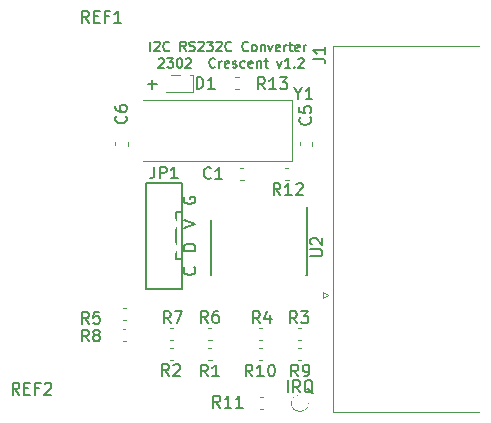
<source format=gto>
G04 #@! TF.GenerationSoftware,KiCad,Pcbnew,(5.1.2)-1*
G04 #@! TF.CreationDate,2023-02-04T08:31:17+09:00*
G04 #@! TF.ProjectId,IR,49522e6b-6963-4616-945f-706362585858,v1.2*
G04 #@! TF.SameCoordinates,Original*
G04 #@! TF.FileFunction,Legend,Top*
G04 #@! TF.FilePolarity,Positive*
%FSLAX46Y46*%
G04 Gerber Fmt 4.6, Leading zero omitted, Abs format (unit mm)*
G04 Created by KiCad (PCBNEW (5.1.2)-1) date 2023-02-04 08:31:17*
%MOMM*%
%LPD*%
G04 APERTURE LIST*
%ADD10C,0.150000*%
%ADD11C,0.200000*%
%ADD12C,0.120000*%
%ADD13C,3.600000*%
%ADD14O,2.200000X1.924000*%
%ADD15C,0.050000*%
%ADD16C,1.275000*%
%ADD17R,4.900000X2.400000*%
%ADD18C,1.400000*%
%ADD19R,0.800000X1.500000*%
%ADD20R,2.000000X2.000000*%
%ADD21C,2.000000*%
%ADD22C,4.400000*%
G04 APERTURE END LIST*
D10*
X183819047Y-98171428D02*
X184580952Y-98171428D01*
X184200000Y-98552380D02*
X184200000Y-97790476D01*
D11*
X195676190Y-124252380D02*
X195676190Y-123252380D01*
X196723809Y-124252380D02*
X196390476Y-123776190D01*
X196152380Y-124252380D02*
X196152380Y-123252380D01*
X196533333Y-123252380D01*
X196628571Y-123300000D01*
X196676190Y-123347619D01*
X196723809Y-123442857D01*
X196723809Y-123585714D01*
X196676190Y-123680952D01*
X196628571Y-123728571D01*
X196533333Y-123776190D01*
X196152380Y-123776190D01*
X197819047Y-124347619D02*
X197723809Y-124300000D01*
X197628571Y-124204761D01*
X197485714Y-124061904D01*
X197390476Y-124014285D01*
X197295238Y-124014285D01*
X197342857Y-124252380D02*
X197247619Y-124204761D01*
X197152380Y-124109523D01*
X197104761Y-123919047D01*
X197104761Y-123585714D01*
X197152380Y-123395238D01*
X197247619Y-123300000D01*
X197342857Y-123252380D01*
X197533333Y-123252380D01*
X197628571Y-123300000D01*
X197723809Y-123395238D01*
X197771428Y-123585714D01*
X197771428Y-123919047D01*
X197723809Y-124109523D01*
X197628571Y-124204761D01*
X197533333Y-124252380D01*
X197342857Y-124252380D01*
X184042857Y-95361904D02*
X184042857Y-94561904D01*
X184385714Y-94638095D02*
X184423809Y-94600000D01*
X184500000Y-94561904D01*
X184690476Y-94561904D01*
X184766666Y-94600000D01*
X184804761Y-94638095D01*
X184842857Y-94714285D01*
X184842857Y-94790476D01*
X184804761Y-94904761D01*
X184347619Y-95361904D01*
X184842857Y-95361904D01*
X185642857Y-95285714D02*
X185604761Y-95323809D01*
X185490476Y-95361904D01*
X185414285Y-95361904D01*
X185300000Y-95323809D01*
X185223809Y-95247619D01*
X185185714Y-95171428D01*
X185147619Y-95019047D01*
X185147619Y-94904761D01*
X185185714Y-94752380D01*
X185223809Y-94676190D01*
X185300000Y-94600000D01*
X185414285Y-94561904D01*
X185490476Y-94561904D01*
X185604761Y-94600000D01*
X185642857Y-94638095D01*
X187052380Y-95361904D02*
X186785714Y-94980952D01*
X186595238Y-95361904D02*
X186595238Y-94561904D01*
X186900000Y-94561904D01*
X186976190Y-94600000D01*
X187014285Y-94638095D01*
X187052380Y-94714285D01*
X187052380Y-94828571D01*
X187014285Y-94904761D01*
X186976190Y-94942857D01*
X186900000Y-94980952D01*
X186595238Y-94980952D01*
X187357142Y-95323809D02*
X187471428Y-95361904D01*
X187661904Y-95361904D01*
X187738095Y-95323809D01*
X187776190Y-95285714D01*
X187814285Y-95209523D01*
X187814285Y-95133333D01*
X187776190Y-95057142D01*
X187738095Y-95019047D01*
X187661904Y-94980952D01*
X187509523Y-94942857D01*
X187433333Y-94904761D01*
X187395238Y-94866666D01*
X187357142Y-94790476D01*
X187357142Y-94714285D01*
X187395238Y-94638095D01*
X187433333Y-94600000D01*
X187509523Y-94561904D01*
X187700000Y-94561904D01*
X187814285Y-94600000D01*
X188119047Y-94638095D02*
X188157142Y-94600000D01*
X188233333Y-94561904D01*
X188423809Y-94561904D01*
X188500000Y-94600000D01*
X188538095Y-94638095D01*
X188576190Y-94714285D01*
X188576190Y-94790476D01*
X188538095Y-94904761D01*
X188080952Y-95361904D01*
X188576190Y-95361904D01*
X188842857Y-94561904D02*
X189338095Y-94561904D01*
X189071428Y-94866666D01*
X189185714Y-94866666D01*
X189261904Y-94904761D01*
X189300000Y-94942857D01*
X189338095Y-95019047D01*
X189338095Y-95209523D01*
X189300000Y-95285714D01*
X189261904Y-95323809D01*
X189185714Y-95361904D01*
X188957142Y-95361904D01*
X188880952Y-95323809D01*
X188842857Y-95285714D01*
X189642857Y-94638095D02*
X189680952Y-94600000D01*
X189757142Y-94561904D01*
X189947619Y-94561904D01*
X190023809Y-94600000D01*
X190061904Y-94638095D01*
X190100000Y-94714285D01*
X190100000Y-94790476D01*
X190061904Y-94904761D01*
X189604761Y-95361904D01*
X190100000Y-95361904D01*
X190900000Y-95285714D02*
X190861904Y-95323809D01*
X190747619Y-95361904D01*
X190671428Y-95361904D01*
X190557142Y-95323809D01*
X190480952Y-95247619D01*
X190442857Y-95171428D01*
X190404761Y-95019047D01*
X190404761Y-94904761D01*
X190442857Y-94752380D01*
X190480952Y-94676190D01*
X190557142Y-94600000D01*
X190671428Y-94561904D01*
X190747619Y-94561904D01*
X190861904Y-94600000D01*
X190900000Y-94638095D01*
X192309523Y-95285714D02*
X192271428Y-95323809D01*
X192157142Y-95361904D01*
X192080952Y-95361904D01*
X191966666Y-95323809D01*
X191890476Y-95247619D01*
X191852380Y-95171428D01*
X191814285Y-95019047D01*
X191814285Y-94904761D01*
X191852380Y-94752380D01*
X191890476Y-94676190D01*
X191966666Y-94600000D01*
X192080952Y-94561904D01*
X192157142Y-94561904D01*
X192271428Y-94600000D01*
X192309523Y-94638095D01*
X192766666Y-95361904D02*
X192690476Y-95323809D01*
X192652380Y-95285714D01*
X192614285Y-95209523D01*
X192614285Y-94980952D01*
X192652380Y-94904761D01*
X192690476Y-94866666D01*
X192766666Y-94828571D01*
X192880952Y-94828571D01*
X192957142Y-94866666D01*
X192995238Y-94904761D01*
X193033333Y-94980952D01*
X193033333Y-95209523D01*
X192995238Y-95285714D01*
X192957142Y-95323809D01*
X192880952Y-95361904D01*
X192766666Y-95361904D01*
X193376190Y-94828571D02*
X193376190Y-95361904D01*
X193376190Y-94904761D02*
X193414285Y-94866666D01*
X193490476Y-94828571D01*
X193604761Y-94828571D01*
X193680952Y-94866666D01*
X193719047Y-94942857D01*
X193719047Y-95361904D01*
X194023809Y-94828571D02*
X194214285Y-95361904D01*
X194404761Y-94828571D01*
X195014285Y-95323809D02*
X194938095Y-95361904D01*
X194785714Y-95361904D01*
X194709523Y-95323809D01*
X194671428Y-95247619D01*
X194671428Y-94942857D01*
X194709523Y-94866666D01*
X194785714Y-94828571D01*
X194938095Y-94828571D01*
X195014285Y-94866666D01*
X195052380Y-94942857D01*
X195052380Y-95019047D01*
X194671428Y-95095238D01*
X195395238Y-95361904D02*
X195395238Y-94828571D01*
X195395238Y-94980952D02*
X195433333Y-94904761D01*
X195471428Y-94866666D01*
X195547619Y-94828571D01*
X195623809Y-94828571D01*
X195776190Y-94828571D02*
X196080952Y-94828571D01*
X195890476Y-94561904D02*
X195890476Y-95247619D01*
X195928571Y-95323809D01*
X196004761Y-95361904D01*
X196080952Y-95361904D01*
X196652380Y-95323809D02*
X196576190Y-95361904D01*
X196423809Y-95361904D01*
X196347619Y-95323809D01*
X196309523Y-95247619D01*
X196309523Y-94942857D01*
X196347619Y-94866666D01*
X196423809Y-94828571D01*
X196576190Y-94828571D01*
X196652380Y-94866666D01*
X196690476Y-94942857D01*
X196690476Y-95019047D01*
X196309523Y-95095238D01*
X197033333Y-95361904D02*
X197033333Y-94828571D01*
X197033333Y-94980952D02*
X197071428Y-94904761D01*
X197109523Y-94866666D01*
X197185714Y-94828571D01*
X197261904Y-94828571D01*
X184766666Y-96038095D02*
X184804761Y-96000000D01*
X184880952Y-95961904D01*
X185071428Y-95961904D01*
X185147619Y-96000000D01*
X185185714Y-96038095D01*
X185223809Y-96114285D01*
X185223809Y-96190476D01*
X185185714Y-96304761D01*
X184728571Y-96761904D01*
X185223809Y-96761904D01*
X185490476Y-95961904D02*
X185985714Y-95961904D01*
X185719047Y-96266666D01*
X185833333Y-96266666D01*
X185909523Y-96304761D01*
X185947619Y-96342857D01*
X185985714Y-96419047D01*
X185985714Y-96609523D01*
X185947619Y-96685714D01*
X185909523Y-96723809D01*
X185833333Y-96761904D01*
X185604761Y-96761904D01*
X185528571Y-96723809D01*
X185490476Y-96685714D01*
X186480952Y-95961904D02*
X186557142Y-95961904D01*
X186633333Y-96000000D01*
X186671428Y-96038095D01*
X186709523Y-96114285D01*
X186747619Y-96266666D01*
X186747619Y-96457142D01*
X186709523Y-96609523D01*
X186671428Y-96685714D01*
X186633333Y-96723809D01*
X186557142Y-96761904D01*
X186480952Y-96761904D01*
X186404761Y-96723809D01*
X186366666Y-96685714D01*
X186328571Y-96609523D01*
X186290476Y-96457142D01*
X186290476Y-96266666D01*
X186328571Y-96114285D01*
X186366666Y-96038095D01*
X186404761Y-96000000D01*
X186480952Y-95961904D01*
X187052380Y-96038095D02*
X187090476Y-96000000D01*
X187166666Y-95961904D01*
X187357142Y-95961904D01*
X187433333Y-96000000D01*
X187471428Y-96038095D01*
X187509523Y-96114285D01*
X187509523Y-96190476D01*
X187471428Y-96304761D01*
X187014285Y-96761904D01*
X187509523Y-96761904D01*
X189528571Y-96685714D02*
X189490476Y-96723809D01*
X189376190Y-96761904D01*
X189300000Y-96761904D01*
X189185714Y-96723809D01*
X189109523Y-96647619D01*
X189071428Y-96571428D01*
X189033333Y-96419047D01*
X189033333Y-96304761D01*
X189071428Y-96152380D01*
X189109523Y-96076190D01*
X189185714Y-96000000D01*
X189300000Y-95961904D01*
X189376190Y-95961904D01*
X189490476Y-96000000D01*
X189528571Y-96038095D01*
X189871428Y-96761904D02*
X189871428Y-96228571D01*
X189871428Y-96380952D02*
X189909523Y-96304761D01*
X189947619Y-96266666D01*
X190023809Y-96228571D01*
X190100000Y-96228571D01*
X190671428Y-96723809D02*
X190595238Y-96761904D01*
X190442857Y-96761904D01*
X190366666Y-96723809D01*
X190328571Y-96647619D01*
X190328571Y-96342857D01*
X190366666Y-96266666D01*
X190442857Y-96228571D01*
X190595238Y-96228571D01*
X190671428Y-96266666D01*
X190709523Y-96342857D01*
X190709523Y-96419047D01*
X190328571Y-96495238D01*
X191014285Y-96723809D02*
X191090476Y-96761904D01*
X191242857Y-96761904D01*
X191319047Y-96723809D01*
X191357142Y-96647619D01*
X191357142Y-96609523D01*
X191319047Y-96533333D01*
X191242857Y-96495238D01*
X191128571Y-96495238D01*
X191052380Y-96457142D01*
X191014285Y-96380952D01*
X191014285Y-96342857D01*
X191052380Y-96266666D01*
X191128571Y-96228571D01*
X191242857Y-96228571D01*
X191319047Y-96266666D01*
X192042857Y-96723809D02*
X191966666Y-96761904D01*
X191814285Y-96761904D01*
X191738095Y-96723809D01*
X191700000Y-96685714D01*
X191661904Y-96609523D01*
X191661904Y-96380952D01*
X191700000Y-96304761D01*
X191738095Y-96266666D01*
X191814285Y-96228571D01*
X191966666Y-96228571D01*
X192042857Y-96266666D01*
X192690476Y-96723809D02*
X192614285Y-96761904D01*
X192461904Y-96761904D01*
X192385714Y-96723809D01*
X192347619Y-96647619D01*
X192347619Y-96342857D01*
X192385714Y-96266666D01*
X192461904Y-96228571D01*
X192614285Y-96228571D01*
X192690476Y-96266666D01*
X192728571Y-96342857D01*
X192728571Y-96419047D01*
X192347619Y-96495238D01*
X193071428Y-96228571D02*
X193071428Y-96761904D01*
X193071428Y-96304761D02*
X193109523Y-96266666D01*
X193185714Y-96228571D01*
X193300000Y-96228571D01*
X193376190Y-96266666D01*
X193414285Y-96342857D01*
X193414285Y-96761904D01*
X193680952Y-96228571D02*
X193985714Y-96228571D01*
X193795238Y-95961904D02*
X193795238Y-96647619D01*
X193833333Y-96723809D01*
X193909523Y-96761904D01*
X193985714Y-96761904D01*
X194785714Y-96228571D02*
X194976190Y-96761904D01*
X195166666Y-96228571D01*
X195890476Y-96761904D02*
X195433333Y-96761904D01*
X195661904Y-96761904D02*
X195661904Y-95961904D01*
X195585714Y-96076190D01*
X195509523Y-96152380D01*
X195433333Y-96190476D01*
X196233333Y-96685714D02*
X196271428Y-96723809D01*
X196233333Y-96761904D01*
X196195238Y-96723809D01*
X196233333Y-96685714D01*
X196233333Y-96761904D01*
X196576190Y-96038095D02*
X196614285Y-96000000D01*
X196690476Y-95961904D01*
X196880952Y-95961904D01*
X196957142Y-96000000D01*
X196995238Y-96038095D01*
X197033333Y-96114285D01*
X197033333Y-96190476D01*
X196995238Y-96304761D01*
X196538095Y-96761904D01*
X197033333Y-96761904D01*
D10*
X186700000Y-109000000D02*
X186200000Y-109000000D01*
X186200000Y-109000000D02*
X186200000Y-113000000D01*
X186200000Y-113000000D02*
X186700000Y-113000000D01*
X186700000Y-111000000D02*
X186700000Y-115500000D01*
X186700000Y-115500000D02*
X183700000Y-115500000D01*
X183700000Y-115500000D02*
X183700000Y-106500000D01*
X183700000Y-106500000D02*
X186700000Y-106500000D01*
X186700000Y-106500000D02*
X186700000Y-111000000D01*
D12*
X192000779Y-106260000D02*
X191675221Y-106260000D01*
X192000779Y-105240000D02*
X191675221Y-105240000D01*
X197710000Y-103374779D02*
X197710000Y-103049221D01*
X196690000Y-103374779D02*
X196690000Y-103049221D01*
X181090000Y-103374779D02*
X181090000Y-103049221D01*
X182110000Y-103374779D02*
X182110000Y-103049221D01*
X185400000Y-98835000D02*
X187685000Y-98835000D01*
X187685000Y-98835000D02*
X187685000Y-97365000D01*
X187685000Y-97365000D02*
X185400000Y-97365000D01*
X189292779Y-120500000D02*
X188967221Y-120500000D01*
X189292779Y-121520000D02*
X188967221Y-121520000D01*
X185667221Y-121520000D02*
X185992779Y-121520000D01*
X185667221Y-120500000D02*
X185992779Y-120500000D01*
X196842779Y-119820000D02*
X196517221Y-119820000D01*
X196842779Y-118800000D02*
X196517221Y-118800000D01*
X193217221Y-118800000D02*
X193542779Y-118800000D01*
X193217221Y-119820000D02*
X193542779Y-119820000D01*
X182012779Y-118160000D02*
X181687221Y-118160000D01*
X182012779Y-117140000D02*
X181687221Y-117140000D01*
X189292779Y-118800000D02*
X188967221Y-118800000D01*
X189292779Y-119820000D02*
X188967221Y-119820000D01*
X185667221Y-119820000D02*
X185992779Y-119820000D01*
X185667221Y-118800000D02*
X185992779Y-118800000D01*
X182012779Y-118890000D02*
X181687221Y-118890000D01*
X182012779Y-119910000D02*
X181687221Y-119910000D01*
X196842779Y-121520000D02*
X196517221Y-121520000D01*
X196842779Y-120500000D02*
X196517221Y-120500000D01*
X193217221Y-120500000D02*
X193542779Y-120500000D01*
X193217221Y-121520000D02*
X193542779Y-121520000D01*
X193337221Y-124690000D02*
X193662779Y-124690000D01*
X193337221Y-125710000D02*
X193662779Y-125710000D01*
X195800779Y-105240000D02*
X195475221Y-105240000D01*
X195800779Y-106260000D02*
X195475221Y-106260000D01*
X191249221Y-97590000D02*
X191574779Y-97590000D01*
X191249221Y-98610000D02*
X191574779Y-98610000D01*
X183450000Y-104650000D02*
X196050000Y-104650000D01*
X196050000Y-104650000D02*
X196050000Y-99550000D01*
X196050000Y-99550000D02*
X183450000Y-99550000D01*
X197400000Y-125200000D02*
G75*
G03X197400000Y-125200000I-700000J0D01*
G01*
D10*
X197225000Y-114295000D02*
X197200000Y-114295000D01*
X189175000Y-114295000D02*
X189200000Y-114295000D01*
X189175000Y-109645000D02*
X189200000Y-109645000D01*
X197275000Y-108570000D02*
X197275000Y-114295000D01*
X189175000Y-109645000D02*
X189175000Y-114295000D01*
D12*
X211880000Y-125945000D02*
X199540000Y-125945000D01*
X199540000Y-125945000D02*
X199540000Y-94975000D01*
X199540000Y-94975000D02*
X211880000Y-94975000D01*
X198645662Y-116250000D02*
X198645662Y-115750000D01*
X198645662Y-115750000D02*
X199078675Y-116000000D01*
X199078675Y-116000000D02*
X198645662Y-116250000D01*
D10*
X172952380Y-124452380D02*
X172619047Y-123976190D01*
X172380952Y-124452380D02*
X172380952Y-123452380D01*
X172761904Y-123452380D01*
X172857142Y-123500000D01*
X172904761Y-123547619D01*
X172952380Y-123642857D01*
X172952380Y-123785714D01*
X172904761Y-123880952D01*
X172857142Y-123928571D01*
X172761904Y-123976190D01*
X172380952Y-123976190D01*
X173380952Y-123928571D02*
X173714285Y-123928571D01*
X173857142Y-124452380D02*
X173380952Y-124452380D01*
X173380952Y-123452380D01*
X173857142Y-123452380D01*
X174619047Y-123928571D02*
X174285714Y-123928571D01*
X174285714Y-124452380D02*
X174285714Y-123452380D01*
X174761904Y-123452380D01*
X175095238Y-123547619D02*
X175142857Y-123500000D01*
X175238095Y-123452380D01*
X175476190Y-123452380D01*
X175571428Y-123500000D01*
X175619047Y-123547619D01*
X175666666Y-123642857D01*
X175666666Y-123738095D01*
X175619047Y-123880952D01*
X175047619Y-124452380D01*
X175666666Y-124452380D01*
X178852380Y-92952380D02*
X178519047Y-92476190D01*
X178280952Y-92952380D02*
X178280952Y-91952380D01*
X178661904Y-91952380D01*
X178757142Y-92000000D01*
X178804761Y-92047619D01*
X178852380Y-92142857D01*
X178852380Y-92285714D01*
X178804761Y-92380952D01*
X178757142Y-92428571D01*
X178661904Y-92476190D01*
X178280952Y-92476190D01*
X179280952Y-92428571D02*
X179614285Y-92428571D01*
X179757142Y-92952380D02*
X179280952Y-92952380D01*
X179280952Y-91952380D01*
X179757142Y-91952380D01*
X180519047Y-92428571D02*
X180185714Y-92428571D01*
X180185714Y-92952380D02*
X180185714Y-91952380D01*
X180661904Y-91952380D01*
X181566666Y-92952380D02*
X180995238Y-92952380D01*
X181280952Y-92952380D02*
X181280952Y-91952380D01*
X181185714Y-92095238D01*
X181090476Y-92190476D01*
X180995238Y-92238095D01*
X184366666Y-105152380D02*
X184366666Y-105866666D01*
X184319047Y-106009523D01*
X184223809Y-106104761D01*
X184080952Y-106152380D01*
X183985714Y-106152380D01*
X184842857Y-106152380D02*
X184842857Y-105152380D01*
X185223809Y-105152380D01*
X185319047Y-105200000D01*
X185366666Y-105247619D01*
X185414285Y-105342857D01*
X185414285Y-105485714D01*
X185366666Y-105580952D01*
X185319047Y-105628571D01*
X185223809Y-105676190D01*
X184842857Y-105676190D01*
X186366666Y-106152380D02*
X185795238Y-106152380D01*
X186080952Y-106152380D02*
X186080952Y-105152380D01*
X185985714Y-105295238D01*
X185890476Y-105390476D01*
X185795238Y-105438095D01*
X187757142Y-113690476D02*
X187804761Y-113738095D01*
X187852380Y-113880952D01*
X187852380Y-113976190D01*
X187804761Y-114119047D01*
X187709523Y-114214285D01*
X187614285Y-114261904D01*
X187423809Y-114309523D01*
X187280952Y-114309523D01*
X187090476Y-114261904D01*
X186995238Y-114214285D01*
X186900000Y-114119047D01*
X186852380Y-113976190D01*
X186852380Y-113880952D01*
X186900000Y-113738095D01*
X186947619Y-113690476D01*
X187852380Y-112261904D02*
X186852380Y-112261904D01*
X186852380Y-112023809D01*
X186900000Y-111880952D01*
X186995238Y-111785714D01*
X187090476Y-111738095D01*
X187280952Y-111690476D01*
X187423809Y-111690476D01*
X187614285Y-111738095D01*
X187709523Y-111785714D01*
X187804761Y-111880952D01*
X187852380Y-112023809D01*
X187852380Y-112261904D01*
X186852380Y-110333333D02*
X187852380Y-110000000D01*
X186852380Y-109666666D01*
X186900000Y-107738095D02*
X186852380Y-107833333D01*
X186852380Y-107976190D01*
X186900000Y-108119047D01*
X186995238Y-108214285D01*
X187090476Y-108261904D01*
X187280952Y-108309523D01*
X187423809Y-108309523D01*
X187614285Y-108261904D01*
X187709523Y-108214285D01*
X187804761Y-108119047D01*
X187852380Y-107976190D01*
X187852380Y-107880952D01*
X187804761Y-107738095D01*
X187757142Y-107690476D01*
X187423809Y-107690476D01*
X187423809Y-107880952D01*
X189171333Y-106107142D02*
X189123714Y-106154761D01*
X188980857Y-106202380D01*
X188885619Y-106202380D01*
X188742761Y-106154761D01*
X188647523Y-106059523D01*
X188599904Y-105964285D01*
X188552285Y-105773809D01*
X188552285Y-105630952D01*
X188599904Y-105440476D01*
X188647523Y-105345238D01*
X188742761Y-105250000D01*
X188885619Y-105202380D01*
X188980857Y-105202380D01*
X189123714Y-105250000D01*
X189171333Y-105297619D01*
X190123714Y-106202380D02*
X189552285Y-106202380D01*
X189838000Y-106202380D02*
X189838000Y-105202380D01*
X189742761Y-105345238D01*
X189647523Y-105440476D01*
X189552285Y-105488095D01*
X197557142Y-100978666D02*
X197604761Y-101026285D01*
X197652380Y-101169142D01*
X197652380Y-101264380D01*
X197604761Y-101407238D01*
X197509523Y-101502476D01*
X197414285Y-101550095D01*
X197223809Y-101597714D01*
X197080952Y-101597714D01*
X196890476Y-101550095D01*
X196795238Y-101502476D01*
X196700000Y-101407238D01*
X196652380Y-101264380D01*
X196652380Y-101169142D01*
X196700000Y-101026285D01*
X196747619Y-100978666D01*
X196652380Y-100073904D02*
X196652380Y-100550095D01*
X197128571Y-100597714D01*
X197080952Y-100550095D01*
X197033333Y-100454857D01*
X197033333Y-100216761D01*
X197080952Y-100121523D01*
X197128571Y-100073904D01*
X197223809Y-100026285D01*
X197461904Y-100026285D01*
X197557142Y-100073904D01*
X197604761Y-100121523D01*
X197652380Y-100216761D01*
X197652380Y-100454857D01*
X197604761Y-100550095D01*
X197557142Y-100597714D01*
X181957142Y-100878666D02*
X182004761Y-100926285D01*
X182052380Y-101069142D01*
X182052380Y-101164380D01*
X182004761Y-101307238D01*
X181909523Y-101402476D01*
X181814285Y-101450095D01*
X181623809Y-101497714D01*
X181480952Y-101497714D01*
X181290476Y-101450095D01*
X181195238Y-101402476D01*
X181100000Y-101307238D01*
X181052380Y-101164380D01*
X181052380Y-101069142D01*
X181100000Y-100926285D01*
X181147619Y-100878666D01*
X181052380Y-100021523D02*
X181052380Y-100212000D01*
X181100000Y-100307238D01*
X181147619Y-100354857D01*
X181290476Y-100450095D01*
X181480952Y-100497714D01*
X181861904Y-100497714D01*
X181957142Y-100450095D01*
X182004761Y-100402476D01*
X182052380Y-100307238D01*
X182052380Y-100116761D01*
X182004761Y-100021523D01*
X181957142Y-99973904D01*
X181861904Y-99926285D01*
X181623809Y-99926285D01*
X181528571Y-99973904D01*
X181480952Y-100021523D01*
X181433333Y-100116761D01*
X181433333Y-100307238D01*
X181480952Y-100402476D01*
X181528571Y-100450095D01*
X181623809Y-100497714D01*
X187961904Y-98552380D02*
X187961904Y-97552380D01*
X188200000Y-97552380D01*
X188342857Y-97600000D01*
X188438095Y-97695238D01*
X188485714Y-97790476D01*
X188533333Y-97980952D01*
X188533333Y-98123809D01*
X188485714Y-98314285D01*
X188438095Y-98409523D01*
X188342857Y-98504761D01*
X188200000Y-98552380D01*
X187961904Y-98552380D01*
X189485714Y-98552380D02*
X188914285Y-98552380D01*
X189200000Y-98552380D02*
X189200000Y-97552380D01*
X189104761Y-97695238D01*
X189009523Y-97790476D01*
X188914285Y-97838095D01*
X188913333Y-122912380D02*
X188580000Y-122436190D01*
X188341904Y-122912380D02*
X188341904Y-121912380D01*
X188722857Y-121912380D01*
X188818095Y-121960000D01*
X188865714Y-122007619D01*
X188913333Y-122102857D01*
X188913333Y-122245714D01*
X188865714Y-122340952D01*
X188818095Y-122388571D01*
X188722857Y-122436190D01*
X188341904Y-122436190D01*
X189865714Y-122912380D02*
X189294285Y-122912380D01*
X189580000Y-122912380D02*
X189580000Y-121912380D01*
X189484761Y-122055238D01*
X189389523Y-122150476D01*
X189294285Y-122198095D01*
X185613333Y-122862380D02*
X185280000Y-122386190D01*
X185041904Y-122862380D02*
X185041904Y-121862380D01*
X185422857Y-121862380D01*
X185518095Y-121910000D01*
X185565714Y-121957619D01*
X185613333Y-122052857D01*
X185613333Y-122195714D01*
X185565714Y-122290952D01*
X185518095Y-122338571D01*
X185422857Y-122386190D01*
X185041904Y-122386190D01*
X185994285Y-121957619D02*
X186041904Y-121910000D01*
X186137142Y-121862380D01*
X186375238Y-121862380D01*
X186470476Y-121910000D01*
X186518095Y-121957619D01*
X186565714Y-122052857D01*
X186565714Y-122148095D01*
X186518095Y-122290952D01*
X185946666Y-122862380D01*
X186565714Y-122862380D01*
X196463333Y-118412380D02*
X196130000Y-117936190D01*
X195891904Y-118412380D02*
X195891904Y-117412380D01*
X196272857Y-117412380D01*
X196368095Y-117460000D01*
X196415714Y-117507619D01*
X196463333Y-117602857D01*
X196463333Y-117745714D01*
X196415714Y-117840952D01*
X196368095Y-117888571D01*
X196272857Y-117936190D01*
X195891904Y-117936190D01*
X196796666Y-117412380D02*
X197415714Y-117412380D01*
X197082380Y-117793333D01*
X197225238Y-117793333D01*
X197320476Y-117840952D01*
X197368095Y-117888571D01*
X197415714Y-117983809D01*
X197415714Y-118221904D01*
X197368095Y-118317142D01*
X197320476Y-118364761D01*
X197225238Y-118412380D01*
X196939523Y-118412380D01*
X196844285Y-118364761D01*
X196796666Y-118317142D01*
X193313333Y-118412380D02*
X192980000Y-117936190D01*
X192741904Y-118412380D02*
X192741904Y-117412380D01*
X193122857Y-117412380D01*
X193218095Y-117460000D01*
X193265714Y-117507619D01*
X193313333Y-117602857D01*
X193313333Y-117745714D01*
X193265714Y-117840952D01*
X193218095Y-117888571D01*
X193122857Y-117936190D01*
X192741904Y-117936190D01*
X194170476Y-117745714D02*
X194170476Y-118412380D01*
X193932380Y-117364761D02*
X193694285Y-118079047D01*
X194313333Y-118079047D01*
X178833333Y-118452380D02*
X178500000Y-117976190D01*
X178261904Y-118452380D02*
X178261904Y-117452380D01*
X178642857Y-117452380D01*
X178738095Y-117500000D01*
X178785714Y-117547619D01*
X178833333Y-117642857D01*
X178833333Y-117785714D01*
X178785714Y-117880952D01*
X178738095Y-117928571D01*
X178642857Y-117976190D01*
X178261904Y-117976190D01*
X179738095Y-117452380D02*
X179261904Y-117452380D01*
X179214285Y-117928571D01*
X179261904Y-117880952D01*
X179357142Y-117833333D01*
X179595238Y-117833333D01*
X179690476Y-117880952D01*
X179738095Y-117928571D01*
X179785714Y-118023809D01*
X179785714Y-118261904D01*
X179738095Y-118357142D01*
X179690476Y-118404761D01*
X179595238Y-118452380D01*
X179357142Y-118452380D01*
X179261904Y-118404761D01*
X179214285Y-118357142D01*
X188913333Y-118362380D02*
X188580000Y-117886190D01*
X188341904Y-118362380D02*
X188341904Y-117362380D01*
X188722857Y-117362380D01*
X188818095Y-117410000D01*
X188865714Y-117457619D01*
X188913333Y-117552857D01*
X188913333Y-117695714D01*
X188865714Y-117790952D01*
X188818095Y-117838571D01*
X188722857Y-117886190D01*
X188341904Y-117886190D01*
X189770476Y-117362380D02*
X189580000Y-117362380D01*
X189484761Y-117410000D01*
X189437142Y-117457619D01*
X189341904Y-117600476D01*
X189294285Y-117790952D01*
X189294285Y-118171904D01*
X189341904Y-118267142D01*
X189389523Y-118314761D01*
X189484761Y-118362380D01*
X189675238Y-118362380D01*
X189770476Y-118314761D01*
X189818095Y-118267142D01*
X189865714Y-118171904D01*
X189865714Y-117933809D01*
X189818095Y-117838571D01*
X189770476Y-117790952D01*
X189675238Y-117743333D01*
X189484761Y-117743333D01*
X189389523Y-117790952D01*
X189341904Y-117838571D01*
X189294285Y-117933809D01*
X185763333Y-118412380D02*
X185430000Y-117936190D01*
X185191904Y-118412380D02*
X185191904Y-117412380D01*
X185572857Y-117412380D01*
X185668095Y-117460000D01*
X185715714Y-117507619D01*
X185763333Y-117602857D01*
X185763333Y-117745714D01*
X185715714Y-117840952D01*
X185668095Y-117888571D01*
X185572857Y-117936190D01*
X185191904Y-117936190D01*
X186096666Y-117412380D02*
X186763333Y-117412380D01*
X186334761Y-118412380D01*
X178833333Y-119952380D02*
X178500000Y-119476190D01*
X178261904Y-119952380D02*
X178261904Y-118952380D01*
X178642857Y-118952380D01*
X178738095Y-119000000D01*
X178785714Y-119047619D01*
X178833333Y-119142857D01*
X178833333Y-119285714D01*
X178785714Y-119380952D01*
X178738095Y-119428571D01*
X178642857Y-119476190D01*
X178261904Y-119476190D01*
X179404761Y-119380952D02*
X179309523Y-119333333D01*
X179261904Y-119285714D01*
X179214285Y-119190476D01*
X179214285Y-119142857D01*
X179261904Y-119047619D01*
X179309523Y-119000000D01*
X179404761Y-118952380D01*
X179595238Y-118952380D01*
X179690476Y-119000000D01*
X179738095Y-119047619D01*
X179785714Y-119142857D01*
X179785714Y-119190476D01*
X179738095Y-119285714D01*
X179690476Y-119333333D01*
X179595238Y-119380952D01*
X179404761Y-119380952D01*
X179309523Y-119428571D01*
X179261904Y-119476190D01*
X179214285Y-119571428D01*
X179214285Y-119761904D01*
X179261904Y-119857142D01*
X179309523Y-119904761D01*
X179404761Y-119952380D01*
X179595238Y-119952380D01*
X179690476Y-119904761D01*
X179738095Y-119857142D01*
X179785714Y-119761904D01*
X179785714Y-119571428D01*
X179738095Y-119476190D01*
X179690476Y-119428571D01*
X179595238Y-119380952D01*
X196563333Y-122912380D02*
X196230000Y-122436190D01*
X195991904Y-122912380D02*
X195991904Y-121912380D01*
X196372857Y-121912380D01*
X196468095Y-121960000D01*
X196515714Y-122007619D01*
X196563333Y-122102857D01*
X196563333Y-122245714D01*
X196515714Y-122340952D01*
X196468095Y-122388571D01*
X196372857Y-122436190D01*
X195991904Y-122436190D01*
X197039523Y-122912380D02*
X197230000Y-122912380D01*
X197325238Y-122864761D01*
X197372857Y-122817142D01*
X197468095Y-122674285D01*
X197515714Y-122483809D01*
X197515714Y-122102857D01*
X197468095Y-122007619D01*
X197420476Y-121960000D01*
X197325238Y-121912380D01*
X197134761Y-121912380D01*
X197039523Y-121960000D01*
X196991904Y-122007619D01*
X196944285Y-122102857D01*
X196944285Y-122340952D01*
X196991904Y-122436190D01*
X197039523Y-122483809D01*
X197134761Y-122531428D01*
X197325238Y-122531428D01*
X197420476Y-122483809D01*
X197468095Y-122436190D01*
X197515714Y-122340952D01*
X192687142Y-122912380D02*
X192353809Y-122436190D01*
X192115714Y-122912380D02*
X192115714Y-121912380D01*
X192496666Y-121912380D01*
X192591904Y-121960000D01*
X192639523Y-122007619D01*
X192687142Y-122102857D01*
X192687142Y-122245714D01*
X192639523Y-122340952D01*
X192591904Y-122388571D01*
X192496666Y-122436190D01*
X192115714Y-122436190D01*
X193639523Y-122912380D02*
X193068095Y-122912380D01*
X193353809Y-122912380D02*
X193353809Y-121912380D01*
X193258571Y-122055238D01*
X193163333Y-122150476D01*
X193068095Y-122198095D01*
X194258571Y-121912380D02*
X194353809Y-121912380D01*
X194449047Y-121960000D01*
X194496666Y-122007619D01*
X194544285Y-122102857D01*
X194591904Y-122293333D01*
X194591904Y-122531428D01*
X194544285Y-122721904D01*
X194496666Y-122817142D01*
X194449047Y-122864761D01*
X194353809Y-122912380D01*
X194258571Y-122912380D01*
X194163333Y-122864761D01*
X194115714Y-122817142D01*
X194068095Y-122721904D01*
X194020476Y-122531428D01*
X194020476Y-122293333D01*
X194068095Y-122102857D01*
X194115714Y-122007619D01*
X194163333Y-121960000D01*
X194258571Y-121912380D01*
X189957142Y-125552380D02*
X189623809Y-125076190D01*
X189385714Y-125552380D02*
X189385714Y-124552380D01*
X189766666Y-124552380D01*
X189861904Y-124600000D01*
X189909523Y-124647619D01*
X189957142Y-124742857D01*
X189957142Y-124885714D01*
X189909523Y-124980952D01*
X189861904Y-125028571D01*
X189766666Y-125076190D01*
X189385714Y-125076190D01*
X190909523Y-125552380D02*
X190338095Y-125552380D01*
X190623809Y-125552380D02*
X190623809Y-124552380D01*
X190528571Y-124695238D01*
X190433333Y-124790476D01*
X190338095Y-124838095D01*
X191861904Y-125552380D02*
X191290476Y-125552380D01*
X191576190Y-125552380D02*
X191576190Y-124552380D01*
X191480952Y-124695238D01*
X191385714Y-124790476D01*
X191290476Y-124838095D01*
X195057142Y-107552380D02*
X194723809Y-107076190D01*
X194485714Y-107552380D02*
X194485714Y-106552380D01*
X194866666Y-106552380D01*
X194961904Y-106600000D01*
X195009523Y-106647619D01*
X195057142Y-106742857D01*
X195057142Y-106885714D01*
X195009523Y-106980952D01*
X194961904Y-107028571D01*
X194866666Y-107076190D01*
X194485714Y-107076190D01*
X196009523Y-107552380D02*
X195438095Y-107552380D01*
X195723809Y-107552380D02*
X195723809Y-106552380D01*
X195628571Y-106695238D01*
X195533333Y-106790476D01*
X195438095Y-106838095D01*
X196390476Y-106647619D02*
X196438095Y-106600000D01*
X196533333Y-106552380D01*
X196771428Y-106552380D01*
X196866666Y-106600000D01*
X196914285Y-106647619D01*
X196961904Y-106742857D01*
X196961904Y-106838095D01*
X196914285Y-106980952D01*
X196342857Y-107552380D01*
X196961904Y-107552380D01*
X193731642Y-98602380D02*
X193398309Y-98126190D01*
X193160214Y-98602380D02*
X193160214Y-97602380D01*
X193541166Y-97602380D01*
X193636404Y-97650000D01*
X193684023Y-97697619D01*
X193731642Y-97792857D01*
X193731642Y-97935714D01*
X193684023Y-98030952D01*
X193636404Y-98078571D01*
X193541166Y-98126190D01*
X193160214Y-98126190D01*
X194684023Y-98602380D02*
X194112595Y-98602380D01*
X194398309Y-98602380D02*
X194398309Y-97602380D01*
X194303071Y-97745238D01*
X194207833Y-97840476D01*
X194112595Y-97888095D01*
X195017357Y-97602380D02*
X195636404Y-97602380D01*
X195303071Y-97983333D01*
X195445928Y-97983333D01*
X195541166Y-98030952D01*
X195588785Y-98078571D01*
X195636404Y-98173809D01*
X195636404Y-98411904D01*
X195588785Y-98507142D01*
X195541166Y-98554761D01*
X195445928Y-98602380D01*
X195160214Y-98602380D01*
X195064976Y-98554761D01*
X195017357Y-98507142D01*
X196573809Y-98976190D02*
X196573809Y-99452380D01*
X196240476Y-98452380D02*
X196573809Y-98976190D01*
X196907142Y-98452380D01*
X197764285Y-99452380D02*
X197192857Y-99452380D01*
X197478571Y-99452380D02*
X197478571Y-98452380D01*
X197383333Y-98595238D01*
X197288095Y-98690476D01*
X197192857Y-98738095D01*
X197602380Y-112731904D02*
X198411904Y-112731904D01*
X198507142Y-112684285D01*
X198554761Y-112636666D01*
X198602380Y-112541428D01*
X198602380Y-112350952D01*
X198554761Y-112255714D01*
X198507142Y-112208095D01*
X198411904Y-112160476D01*
X197602380Y-112160476D01*
X197697619Y-111731904D02*
X197650000Y-111684285D01*
X197602380Y-111589047D01*
X197602380Y-111350952D01*
X197650000Y-111255714D01*
X197697619Y-111208095D01*
X197792857Y-111160476D01*
X197888095Y-111160476D01*
X198030952Y-111208095D01*
X198602380Y-111779523D01*
X198602380Y-111160476D01*
X197852380Y-96033333D02*
X198566666Y-96033333D01*
X198709523Y-96080952D01*
X198804761Y-96176190D01*
X198852380Y-96319047D01*
X198852380Y-96414285D01*
X198852380Y-95033333D02*
X198852380Y-95604761D01*
X198852380Y-95319047D02*
X197852380Y-95319047D01*
X197995238Y-95414285D01*
X198090476Y-95509523D01*
X198138095Y-95604761D01*
%LPC*%
D13*
X179900000Y-124000000D03*
X179900000Y-96700000D03*
D14*
X185200000Y-114000000D03*
X185200000Y-112000000D03*
X185200000Y-110000000D03*
X185200000Y-108000000D03*
D15*
G36*
X192975493Y-105076535D02*
G01*
X193006435Y-105081125D01*
X193036778Y-105088725D01*
X193066230Y-105099263D01*
X193094508Y-105112638D01*
X193121338Y-105128719D01*
X193146463Y-105147353D01*
X193169640Y-105168360D01*
X193190647Y-105191537D01*
X193209281Y-105216662D01*
X193225362Y-105243492D01*
X193238737Y-105271770D01*
X193249275Y-105301222D01*
X193256875Y-105331565D01*
X193261465Y-105362507D01*
X193263000Y-105393750D01*
X193263000Y-106106250D01*
X193261465Y-106137493D01*
X193256875Y-106168435D01*
X193249275Y-106198778D01*
X193238737Y-106228230D01*
X193225362Y-106256508D01*
X193209281Y-106283338D01*
X193190647Y-106308463D01*
X193169640Y-106331640D01*
X193146463Y-106352647D01*
X193121338Y-106371281D01*
X193094508Y-106387362D01*
X193066230Y-106400737D01*
X193036778Y-106411275D01*
X193006435Y-106418875D01*
X192975493Y-106423465D01*
X192944250Y-106425000D01*
X192306750Y-106425000D01*
X192275507Y-106423465D01*
X192244565Y-106418875D01*
X192214222Y-106411275D01*
X192184770Y-106400737D01*
X192156492Y-106387362D01*
X192129662Y-106371281D01*
X192104537Y-106352647D01*
X192081360Y-106331640D01*
X192060353Y-106308463D01*
X192041719Y-106283338D01*
X192025638Y-106256508D01*
X192012263Y-106228230D01*
X192001725Y-106198778D01*
X191994125Y-106168435D01*
X191989535Y-106137493D01*
X191988000Y-106106250D01*
X191988000Y-105393750D01*
X191989535Y-105362507D01*
X191994125Y-105331565D01*
X192001725Y-105301222D01*
X192012263Y-105271770D01*
X192025638Y-105243492D01*
X192041719Y-105216662D01*
X192060353Y-105191537D01*
X192081360Y-105168360D01*
X192104537Y-105147353D01*
X192129662Y-105128719D01*
X192156492Y-105112638D01*
X192184770Y-105099263D01*
X192214222Y-105088725D01*
X192244565Y-105081125D01*
X192275507Y-105076535D01*
X192306750Y-105075000D01*
X192944250Y-105075000D01*
X192975493Y-105076535D01*
X192975493Y-105076535D01*
G37*
D16*
X192625500Y-105750000D03*
D15*
G36*
X191400493Y-105076535D02*
G01*
X191431435Y-105081125D01*
X191461778Y-105088725D01*
X191491230Y-105099263D01*
X191519508Y-105112638D01*
X191546338Y-105128719D01*
X191571463Y-105147353D01*
X191594640Y-105168360D01*
X191615647Y-105191537D01*
X191634281Y-105216662D01*
X191650362Y-105243492D01*
X191663737Y-105271770D01*
X191674275Y-105301222D01*
X191681875Y-105331565D01*
X191686465Y-105362507D01*
X191688000Y-105393750D01*
X191688000Y-106106250D01*
X191686465Y-106137493D01*
X191681875Y-106168435D01*
X191674275Y-106198778D01*
X191663737Y-106228230D01*
X191650362Y-106256508D01*
X191634281Y-106283338D01*
X191615647Y-106308463D01*
X191594640Y-106331640D01*
X191571463Y-106352647D01*
X191546338Y-106371281D01*
X191519508Y-106387362D01*
X191491230Y-106400737D01*
X191461778Y-106411275D01*
X191431435Y-106418875D01*
X191400493Y-106423465D01*
X191369250Y-106425000D01*
X190731750Y-106425000D01*
X190700507Y-106423465D01*
X190669565Y-106418875D01*
X190639222Y-106411275D01*
X190609770Y-106400737D01*
X190581492Y-106387362D01*
X190554662Y-106371281D01*
X190529537Y-106352647D01*
X190506360Y-106331640D01*
X190485353Y-106308463D01*
X190466719Y-106283338D01*
X190450638Y-106256508D01*
X190437263Y-106228230D01*
X190426725Y-106198778D01*
X190419125Y-106168435D01*
X190414535Y-106137493D01*
X190413000Y-106106250D01*
X190413000Y-105393750D01*
X190414535Y-105362507D01*
X190419125Y-105331565D01*
X190426725Y-105301222D01*
X190437263Y-105271770D01*
X190450638Y-105243492D01*
X190466719Y-105216662D01*
X190485353Y-105191537D01*
X190506360Y-105168360D01*
X190529537Y-105147353D01*
X190554662Y-105128719D01*
X190581492Y-105112638D01*
X190609770Y-105099263D01*
X190639222Y-105088725D01*
X190669565Y-105081125D01*
X190700507Y-105076535D01*
X190731750Y-105075000D01*
X191369250Y-105075000D01*
X191400493Y-105076535D01*
X191400493Y-105076535D01*
G37*
D16*
X191050500Y-105750000D03*
D15*
G36*
X197587493Y-101788535D02*
G01*
X197618435Y-101793125D01*
X197648778Y-101800725D01*
X197678230Y-101811263D01*
X197706508Y-101824638D01*
X197733338Y-101840719D01*
X197758463Y-101859353D01*
X197781640Y-101880360D01*
X197802647Y-101903537D01*
X197821281Y-101928662D01*
X197837362Y-101955492D01*
X197850737Y-101983770D01*
X197861275Y-102013222D01*
X197868875Y-102043565D01*
X197873465Y-102074507D01*
X197875000Y-102105750D01*
X197875000Y-102743250D01*
X197873465Y-102774493D01*
X197868875Y-102805435D01*
X197861275Y-102835778D01*
X197850737Y-102865230D01*
X197837362Y-102893508D01*
X197821281Y-102920338D01*
X197802647Y-102945463D01*
X197781640Y-102968640D01*
X197758463Y-102989647D01*
X197733338Y-103008281D01*
X197706508Y-103024362D01*
X197678230Y-103037737D01*
X197648778Y-103048275D01*
X197618435Y-103055875D01*
X197587493Y-103060465D01*
X197556250Y-103062000D01*
X196843750Y-103062000D01*
X196812507Y-103060465D01*
X196781565Y-103055875D01*
X196751222Y-103048275D01*
X196721770Y-103037737D01*
X196693492Y-103024362D01*
X196666662Y-103008281D01*
X196641537Y-102989647D01*
X196618360Y-102968640D01*
X196597353Y-102945463D01*
X196578719Y-102920338D01*
X196562638Y-102893508D01*
X196549263Y-102865230D01*
X196538725Y-102835778D01*
X196531125Y-102805435D01*
X196526535Y-102774493D01*
X196525000Y-102743250D01*
X196525000Y-102105750D01*
X196526535Y-102074507D01*
X196531125Y-102043565D01*
X196538725Y-102013222D01*
X196549263Y-101983770D01*
X196562638Y-101955492D01*
X196578719Y-101928662D01*
X196597353Y-101903537D01*
X196618360Y-101880360D01*
X196641537Y-101859353D01*
X196666662Y-101840719D01*
X196693492Y-101824638D01*
X196721770Y-101811263D01*
X196751222Y-101800725D01*
X196781565Y-101793125D01*
X196812507Y-101788535D01*
X196843750Y-101787000D01*
X197556250Y-101787000D01*
X197587493Y-101788535D01*
X197587493Y-101788535D01*
G37*
D16*
X197200000Y-102424500D03*
D15*
G36*
X197587493Y-103363535D02*
G01*
X197618435Y-103368125D01*
X197648778Y-103375725D01*
X197678230Y-103386263D01*
X197706508Y-103399638D01*
X197733338Y-103415719D01*
X197758463Y-103434353D01*
X197781640Y-103455360D01*
X197802647Y-103478537D01*
X197821281Y-103503662D01*
X197837362Y-103530492D01*
X197850737Y-103558770D01*
X197861275Y-103588222D01*
X197868875Y-103618565D01*
X197873465Y-103649507D01*
X197875000Y-103680750D01*
X197875000Y-104318250D01*
X197873465Y-104349493D01*
X197868875Y-104380435D01*
X197861275Y-104410778D01*
X197850737Y-104440230D01*
X197837362Y-104468508D01*
X197821281Y-104495338D01*
X197802647Y-104520463D01*
X197781640Y-104543640D01*
X197758463Y-104564647D01*
X197733338Y-104583281D01*
X197706508Y-104599362D01*
X197678230Y-104612737D01*
X197648778Y-104623275D01*
X197618435Y-104630875D01*
X197587493Y-104635465D01*
X197556250Y-104637000D01*
X196843750Y-104637000D01*
X196812507Y-104635465D01*
X196781565Y-104630875D01*
X196751222Y-104623275D01*
X196721770Y-104612737D01*
X196693492Y-104599362D01*
X196666662Y-104583281D01*
X196641537Y-104564647D01*
X196618360Y-104543640D01*
X196597353Y-104520463D01*
X196578719Y-104495338D01*
X196562638Y-104468508D01*
X196549263Y-104440230D01*
X196538725Y-104410778D01*
X196531125Y-104380435D01*
X196526535Y-104349493D01*
X196525000Y-104318250D01*
X196525000Y-103680750D01*
X196526535Y-103649507D01*
X196531125Y-103618565D01*
X196538725Y-103588222D01*
X196549263Y-103558770D01*
X196562638Y-103530492D01*
X196578719Y-103503662D01*
X196597353Y-103478537D01*
X196618360Y-103455360D01*
X196641537Y-103434353D01*
X196666662Y-103415719D01*
X196693492Y-103399638D01*
X196721770Y-103386263D01*
X196751222Y-103375725D01*
X196781565Y-103368125D01*
X196812507Y-103363535D01*
X196843750Y-103362000D01*
X197556250Y-103362000D01*
X197587493Y-103363535D01*
X197587493Y-103363535D01*
G37*
D16*
X197200000Y-103999500D03*
D15*
G36*
X181987493Y-103363535D02*
G01*
X182018435Y-103368125D01*
X182048778Y-103375725D01*
X182078230Y-103386263D01*
X182106508Y-103399638D01*
X182133338Y-103415719D01*
X182158463Y-103434353D01*
X182181640Y-103455360D01*
X182202647Y-103478537D01*
X182221281Y-103503662D01*
X182237362Y-103530492D01*
X182250737Y-103558770D01*
X182261275Y-103588222D01*
X182268875Y-103618565D01*
X182273465Y-103649507D01*
X182275000Y-103680750D01*
X182275000Y-104318250D01*
X182273465Y-104349493D01*
X182268875Y-104380435D01*
X182261275Y-104410778D01*
X182250737Y-104440230D01*
X182237362Y-104468508D01*
X182221281Y-104495338D01*
X182202647Y-104520463D01*
X182181640Y-104543640D01*
X182158463Y-104564647D01*
X182133338Y-104583281D01*
X182106508Y-104599362D01*
X182078230Y-104612737D01*
X182048778Y-104623275D01*
X182018435Y-104630875D01*
X181987493Y-104635465D01*
X181956250Y-104637000D01*
X181243750Y-104637000D01*
X181212507Y-104635465D01*
X181181565Y-104630875D01*
X181151222Y-104623275D01*
X181121770Y-104612737D01*
X181093492Y-104599362D01*
X181066662Y-104583281D01*
X181041537Y-104564647D01*
X181018360Y-104543640D01*
X180997353Y-104520463D01*
X180978719Y-104495338D01*
X180962638Y-104468508D01*
X180949263Y-104440230D01*
X180938725Y-104410778D01*
X180931125Y-104380435D01*
X180926535Y-104349493D01*
X180925000Y-104318250D01*
X180925000Y-103680750D01*
X180926535Y-103649507D01*
X180931125Y-103618565D01*
X180938725Y-103588222D01*
X180949263Y-103558770D01*
X180962638Y-103530492D01*
X180978719Y-103503662D01*
X180997353Y-103478537D01*
X181018360Y-103455360D01*
X181041537Y-103434353D01*
X181066662Y-103415719D01*
X181093492Y-103399638D01*
X181121770Y-103386263D01*
X181151222Y-103375725D01*
X181181565Y-103368125D01*
X181212507Y-103363535D01*
X181243750Y-103362000D01*
X181956250Y-103362000D01*
X181987493Y-103363535D01*
X181987493Y-103363535D01*
G37*
D16*
X181600000Y-103999500D03*
D15*
G36*
X181987493Y-101788535D02*
G01*
X182018435Y-101793125D01*
X182048778Y-101800725D01*
X182078230Y-101811263D01*
X182106508Y-101824638D01*
X182133338Y-101840719D01*
X182158463Y-101859353D01*
X182181640Y-101880360D01*
X182202647Y-101903537D01*
X182221281Y-101928662D01*
X182237362Y-101955492D01*
X182250737Y-101983770D01*
X182261275Y-102013222D01*
X182268875Y-102043565D01*
X182273465Y-102074507D01*
X182275000Y-102105750D01*
X182275000Y-102743250D01*
X182273465Y-102774493D01*
X182268875Y-102805435D01*
X182261275Y-102835778D01*
X182250737Y-102865230D01*
X182237362Y-102893508D01*
X182221281Y-102920338D01*
X182202647Y-102945463D01*
X182181640Y-102968640D01*
X182158463Y-102989647D01*
X182133338Y-103008281D01*
X182106508Y-103024362D01*
X182078230Y-103037737D01*
X182048778Y-103048275D01*
X182018435Y-103055875D01*
X181987493Y-103060465D01*
X181956250Y-103062000D01*
X181243750Y-103062000D01*
X181212507Y-103060465D01*
X181181565Y-103055875D01*
X181151222Y-103048275D01*
X181121770Y-103037737D01*
X181093492Y-103024362D01*
X181066662Y-103008281D01*
X181041537Y-102989647D01*
X181018360Y-102968640D01*
X180997353Y-102945463D01*
X180978719Y-102920338D01*
X180962638Y-102893508D01*
X180949263Y-102865230D01*
X180938725Y-102835778D01*
X180931125Y-102805435D01*
X180926535Y-102774493D01*
X180925000Y-102743250D01*
X180925000Y-102105750D01*
X180926535Y-102074507D01*
X180931125Y-102043565D01*
X180938725Y-102013222D01*
X180949263Y-101983770D01*
X180962638Y-101955492D01*
X180978719Y-101928662D01*
X180997353Y-101903537D01*
X181018360Y-101880360D01*
X181041537Y-101859353D01*
X181066662Y-101840719D01*
X181093492Y-101824638D01*
X181121770Y-101811263D01*
X181151222Y-101800725D01*
X181181565Y-101793125D01*
X181212507Y-101788535D01*
X181243750Y-101787000D01*
X181956250Y-101787000D01*
X181987493Y-101788535D01*
X181987493Y-101788535D01*
G37*
D16*
X181600000Y-102424500D03*
D15*
G36*
X187337493Y-97426535D02*
G01*
X187368435Y-97431125D01*
X187398778Y-97438725D01*
X187428230Y-97449263D01*
X187456508Y-97462638D01*
X187483338Y-97478719D01*
X187508463Y-97497353D01*
X187531640Y-97518360D01*
X187552647Y-97541537D01*
X187571281Y-97566662D01*
X187587362Y-97593492D01*
X187600737Y-97621770D01*
X187611275Y-97651222D01*
X187618875Y-97681565D01*
X187623465Y-97712507D01*
X187625000Y-97743750D01*
X187625000Y-98456250D01*
X187623465Y-98487493D01*
X187618875Y-98518435D01*
X187611275Y-98548778D01*
X187600737Y-98578230D01*
X187587362Y-98606508D01*
X187571281Y-98633338D01*
X187552647Y-98658463D01*
X187531640Y-98681640D01*
X187508463Y-98702647D01*
X187483338Y-98721281D01*
X187456508Y-98737362D01*
X187428230Y-98750737D01*
X187398778Y-98761275D01*
X187368435Y-98768875D01*
X187337493Y-98773465D01*
X187306250Y-98775000D01*
X186668750Y-98775000D01*
X186637507Y-98773465D01*
X186606565Y-98768875D01*
X186576222Y-98761275D01*
X186546770Y-98750737D01*
X186518492Y-98737362D01*
X186491662Y-98721281D01*
X186466537Y-98702647D01*
X186443360Y-98681640D01*
X186422353Y-98658463D01*
X186403719Y-98633338D01*
X186387638Y-98606508D01*
X186374263Y-98578230D01*
X186363725Y-98548778D01*
X186356125Y-98518435D01*
X186351535Y-98487493D01*
X186350000Y-98456250D01*
X186350000Y-97743750D01*
X186351535Y-97712507D01*
X186356125Y-97681565D01*
X186363725Y-97651222D01*
X186374263Y-97621770D01*
X186387638Y-97593492D01*
X186403719Y-97566662D01*
X186422353Y-97541537D01*
X186443360Y-97518360D01*
X186466537Y-97497353D01*
X186491662Y-97478719D01*
X186518492Y-97462638D01*
X186546770Y-97449263D01*
X186576222Y-97438725D01*
X186606565Y-97431125D01*
X186637507Y-97426535D01*
X186668750Y-97425000D01*
X187306250Y-97425000D01*
X187337493Y-97426535D01*
X187337493Y-97426535D01*
G37*
D16*
X186987500Y-98100000D03*
D15*
G36*
X185762493Y-97426535D02*
G01*
X185793435Y-97431125D01*
X185823778Y-97438725D01*
X185853230Y-97449263D01*
X185881508Y-97462638D01*
X185908338Y-97478719D01*
X185933463Y-97497353D01*
X185956640Y-97518360D01*
X185977647Y-97541537D01*
X185996281Y-97566662D01*
X186012362Y-97593492D01*
X186025737Y-97621770D01*
X186036275Y-97651222D01*
X186043875Y-97681565D01*
X186048465Y-97712507D01*
X186050000Y-97743750D01*
X186050000Y-98456250D01*
X186048465Y-98487493D01*
X186043875Y-98518435D01*
X186036275Y-98548778D01*
X186025737Y-98578230D01*
X186012362Y-98606508D01*
X185996281Y-98633338D01*
X185977647Y-98658463D01*
X185956640Y-98681640D01*
X185933463Y-98702647D01*
X185908338Y-98721281D01*
X185881508Y-98737362D01*
X185853230Y-98750737D01*
X185823778Y-98761275D01*
X185793435Y-98768875D01*
X185762493Y-98773465D01*
X185731250Y-98775000D01*
X185093750Y-98775000D01*
X185062507Y-98773465D01*
X185031565Y-98768875D01*
X185001222Y-98761275D01*
X184971770Y-98750737D01*
X184943492Y-98737362D01*
X184916662Y-98721281D01*
X184891537Y-98702647D01*
X184868360Y-98681640D01*
X184847353Y-98658463D01*
X184828719Y-98633338D01*
X184812638Y-98606508D01*
X184799263Y-98578230D01*
X184788725Y-98548778D01*
X184781125Y-98518435D01*
X184776535Y-98487493D01*
X184775000Y-98456250D01*
X184775000Y-97743750D01*
X184776535Y-97712507D01*
X184781125Y-97681565D01*
X184788725Y-97651222D01*
X184799263Y-97621770D01*
X184812638Y-97593492D01*
X184828719Y-97566662D01*
X184847353Y-97541537D01*
X184868360Y-97518360D01*
X184891537Y-97497353D01*
X184916662Y-97478719D01*
X184943492Y-97462638D01*
X184971770Y-97449263D01*
X185001222Y-97438725D01*
X185031565Y-97431125D01*
X185062507Y-97426535D01*
X185093750Y-97425000D01*
X185731250Y-97425000D01*
X185762493Y-97426535D01*
X185762493Y-97426535D01*
G37*
D16*
X185412500Y-98100000D03*
D15*
G36*
X188692493Y-120336535D02*
G01*
X188723435Y-120341125D01*
X188753778Y-120348725D01*
X188783230Y-120359263D01*
X188811508Y-120372638D01*
X188838338Y-120388719D01*
X188863463Y-120407353D01*
X188886640Y-120428360D01*
X188907647Y-120451537D01*
X188926281Y-120476662D01*
X188942362Y-120503492D01*
X188955737Y-120531770D01*
X188966275Y-120561222D01*
X188973875Y-120591565D01*
X188978465Y-120622507D01*
X188980000Y-120653750D01*
X188980000Y-121366250D01*
X188978465Y-121397493D01*
X188973875Y-121428435D01*
X188966275Y-121458778D01*
X188955737Y-121488230D01*
X188942362Y-121516508D01*
X188926281Y-121543338D01*
X188907647Y-121568463D01*
X188886640Y-121591640D01*
X188863463Y-121612647D01*
X188838338Y-121631281D01*
X188811508Y-121647362D01*
X188783230Y-121660737D01*
X188753778Y-121671275D01*
X188723435Y-121678875D01*
X188692493Y-121683465D01*
X188661250Y-121685000D01*
X188023750Y-121685000D01*
X187992507Y-121683465D01*
X187961565Y-121678875D01*
X187931222Y-121671275D01*
X187901770Y-121660737D01*
X187873492Y-121647362D01*
X187846662Y-121631281D01*
X187821537Y-121612647D01*
X187798360Y-121591640D01*
X187777353Y-121568463D01*
X187758719Y-121543338D01*
X187742638Y-121516508D01*
X187729263Y-121488230D01*
X187718725Y-121458778D01*
X187711125Y-121428435D01*
X187706535Y-121397493D01*
X187705000Y-121366250D01*
X187705000Y-120653750D01*
X187706535Y-120622507D01*
X187711125Y-120591565D01*
X187718725Y-120561222D01*
X187729263Y-120531770D01*
X187742638Y-120503492D01*
X187758719Y-120476662D01*
X187777353Y-120451537D01*
X187798360Y-120428360D01*
X187821537Y-120407353D01*
X187846662Y-120388719D01*
X187873492Y-120372638D01*
X187901770Y-120359263D01*
X187931222Y-120348725D01*
X187961565Y-120341125D01*
X187992507Y-120336535D01*
X188023750Y-120335000D01*
X188661250Y-120335000D01*
X188692493Y-120336535D01*
X188692493Y-120336535D01*
G37*
D16*
X188342500Y-121010000D03*
D15*
G36*
X190267493Y-120336535D02*
G01*
X190298435Y-120341125D01*
X190328778Y-120348725D01*
X190358230Y-120359263D01*
X190386508Y-120372638D01*
X190413338Y-120388719D01*
X190438463Y-120407353D01*
X190461640Y-120428360D01*
X190482647Y-120451537D01*
X190501281Y-120476662D01*
X190517362Y-120503492D01*
X190530737Y-120531770D01*
X190541275Y-120561222D01*
X190548875Y-120591565D01*
X190553465Y-120622507D01*
X190555000Y-120653750D01*
X190555000Y-121366250D01*
X190553465Y-121397493D01*
X190548875Y-121428435D01*
X190541275Y-121458778D01*
X190530737Y-121488230D01*
X190517362Y-121516508D01*
X190501281Y-121543338D01*
X190482647Y-121568463D01*
X190461640Y-121591640D01*
X190438463Y-121612647D01*
X190413338Y-121631281D01*
X190386508Y-121647362D01*
X190358230Y-121660737D01*
X190328778Y-121671275D01*
X190298435Y-121678875D01*
X190267493Y-121683465D01*
X190236250Y-121685000D01*
X189598750Y-121685000D01*
X189567507Y-121683465D01*
X189536565Y-121678875D01*
X189506222Y-121671275D01*
X189476770Y-121660737D01*
X189448492Y-121647362D01*
X189421662Y-121631281D01*
X189396537Y-121612647D01*
X189373360Y-121591640D01*
X189352353Y-121568463D01*
X189333719Y-121543338D01*
X189317638Y-121516508D01*
X189304263Y-121488230D01*
X189293725Y-121458778D01*
X189286125Y-121428435D01*
X189281535Y-121397493D01*
X189280000Y-121366250D01*
X189280000Y-120653750D01*
X189281535Y-120622507D01*
X189286125Y-120591565D01*
X189293725Y-120561222D01*
X189304263Y-120531770D01*
X189317638Y-120503492D01*
X189333719Y-120476662D01*
X189352353Y-120451537D01*
X189373360Y-120428360D01*
X189396537Y-120407353D01*
X189421662Y-120388719D01*
X189448492Y-120372638D01*
X189476770Y-120359263D01*
X189506222Y-120348725D01*
X189536565Y-120341125D01*
X189567507Y-120336535D01*
X189598750Y-120335000D01*
X190236250Y-120335000D01*
X190267493Y-120336535D01*
X190267493Y-120336535D01*
G37*
D16*
X189917500Y-121010000D03*
D15*
G36*
X186967493Y-120336535D02*
G01*
X186998435Y-120341125D01*
X187028778Y-120348725D01*
X187058230Y-120359263D01*
X187086508Y-120372638D01*
X187113338Y-120388719D01*
X187138463Y-120407353D01*
X187161640Y-120428360D01*
X187182647Y-120451537D01*
X187201281Y-120476662D01*
X187217362Y-120503492D01*
X187230737Y-120531770D01*
X187241275Y-120561222D01*
X187248875Y-120591565D01*
X187253465Y-120622507D01*
X187255000Y-120653750D01*
X187255000Y-121366250D01*
X187253465Y-121397493D01*
X187248875Y-121428435D01*
X187241275Y-121458778D01*
X187230737Y-121488230D01*
X187217362Y-121516508D01*
X187201281Y-121543338D01*
X187182647Y-121568463D01*
X187161640Y-121591640D01*
X187138463Y-121612647D01*
X187113338Y-121631281D01*
X187086508Y-121647362D01*
X187058230Y-121660737D01*
X187028778Y-121671275D01*
X186998435Y-121678875D01*
X186967493Y-121683465D01*
X186936250Y-121685000D01*
X186298750Y-121685000D01*
X186267507Y-121683465D01*
X186236565Y-121678875D01*
X186206222Y-121671275D01*
X186176770Y-121660737D01*
X186148492Y-121647362D01*
X186121662Y-121631281D01*
X186096537Y-121612647D01*
X186073360Y-121591640D01*
X186052353Y-121568463D01*
X186033719Y-121543338D01*
X186017638Y-121516508D01*
X186004263Y-121488230D01*
X185993725Y-121458778D01*
X185986125Y-121428435D01*
X185981535Y-121397493D01*
X185980000Y-121366250D01*
X185980000Y-120653750D01*
X185981535Y-120622507D01*
X185986125Y-120591565D01*
X185993725Y-120561222D01*
X186004263Y-120531770D01*
X186017638Y-120503492D01*
X186033719Y-120476662D01*
X186052353Y-120451537D01*
X186073360Y-120428360D01*
X186096537Y-120407353D01*
X186121662Y-120388719D01*
X186148492Y-120372638D01*
X186176770Y-120359263D01*
X186206222Y-120348725D01*
X186236565Y-120341125D01*
X186267507Y-120336535D01*
X186298750Y-120335000D01*
X186936250Y-120335000D01*
X186967493Y-120336535D01*
X186967493Y-120336535D01*
G37*
D16*
X186617500Y-121010000D03*
D15*
G36*
X185392493Y-120336535D02*
G01*
X185423435Y-120341125D01*
X185453778Y-120348725D01*
X185483230Y-120359263D01*
X185511508Y-120372638D01*
X185538338Y-120388719D01*
X185563463Y-120407353D01*
X185586640Y-120428360D01*
X185607647Y-120451537D01*
X185626281Y-120476662D01*
X185642362Y-120503492D01*
X185655737Y-120531770D01*
X185666275Y-120561222D01*
X185673875Y-120591565D01*
X185678465Y-120622507D01*
X185680000Y-120653750D01*
X185680000Y-121366250D01*
X185678465Y-121397493D01*
X185673875Y-121428435D01*
X185666275Y-121458778D01*
X185655737Y-121488230D01*
X185642362Y-121516508D01*
X185626281Y-121543338D01*
X185607647Y-121568463D01*
X185586640Y-121591640D01*
X185563463Y-121612647D01*
X185538338Y-121631281D01*
X185511508Y-121647362D01*
X185483230Y-121660737D01*
X185453778Y-121671275D01*
X185423435Y-121678875D01*
X185392493Y-121683465D01*
X185361250Y-121685000D01*
X184723750Y-121685000D01*
X184692507Y-121683465D01*
X184661565Y-121678875D01*
X184631222Y-121671275D01*
X184601770Y-121660737D01*
X184573492Y-121647362D01*
X184546662Y-121631281D01*
X184521537Y-121612647D01*
X184498360Y-121591640D01*
X184477353Y-121568463D01*
X184458719Y-121543338D01*
X184442638Y-121516508D01*
X184429263Y-121488230D01*
X184418725Y-121458778D01*
X184411125Y-121428435D01*
X184406535Y-121397493D01*
X184405000Y-121366250D01*
X184405000Y-120653750D01*
X184406535Y-120622507D01*
X184411125Y-120591565D01*
X184418725Y-120561222D01*
X184429263Y-120531770D01*
X184442638Y-120503492D01*
X184458719Y-120476662D01*
X184477353Y-120451537D01*
X184498360Y-120428360D01*
X184521537Y-120407353D01*
X184546662Y-120388719D01*
X184573492Y-120372638D01*
X184601770Y-120359263D01*
X184631222Y-120348725D01*
X184661565Y-120341125D01*
X184692507Y-120336535D01*
X184723750Y-120335000D01*
X185361250Y-120335000D01*
X185392493Y-120336535D01*
X185392493Y-120336535D01*
G37*
D16*
X185042500Y-121010000D03*
D15*
G36*
X197817493Y-118636535D02*
G01*
X197848435Y-118641125D01*
X197878778Y-118648725D01*
X197908230Y-118659263D01*
X197936508Y-118672638D01*
X197963338Y-118688719D01*
X197988463Y-118707353D01*
X198011640Y-118728360D01*
X198032647Y-118751537D01*
X198051281Y-118776662D01*
X198067362Y-118803492D01*
X198080737Y-118831770D01*
X198091275Y-118861222D01*
X198098875Y-118891565D01*
X198103465Y-118922507D01*
X198105000Y-118953750D01*
X198105000Y-119666250D01*
X198103465Y-119697493D01*
X198098875Y-119728435D01*
X198091275Y-119758778D01*
X198080737Y-119788230D01*
X198067362Y-119816508D01*
X198051281Y-119843338D01*
X198032647Y-119868463D01*
X198011640Y-119891640D01*
X197988463Y-119912647D01*
X197963338Y-119931281D01*
X197936508Y-119947362D01*
X197908230Y-119960737D01*
X197878778Y-119971275D01*
X197848435Y-119978875D01*
X197817493Y-119983465D01*
X197786250Y-119985000D01*
X197148750Y-119985000D01*
X197117507Y-119983465D01*
X197086565Y-119978875D01*
X197056222Y-119971275D01*
X197026770Y-119960737D01*
X196998492Y-119947362D01*
X196971662Y-119931281D01*
X196946537Y-119912647D01*
X196923360Y-119891640D01*
X196902353Y-119868463D01*
X196883719Y-119843338D01*
X196867638Y-119816508D01*
X196854263Y-119788230D01*
X196843725Y-119758778D01*
X196836125Y-119728435D01*
X196831535Y-119697493D01*
X196830000Y-119666250D01*
X196830000Y-118953750D01*
X196831535Y-118922507D01*
X196836125Y-118891565D01*
X196843725Y-118861222D01*
X196854263Y-118831770D01*
X196867638Y-118803492D01*
X196883719Y-118776662D01*
X196902353Y-118751537D01*
X196923360Y-118728360D01*
X196946537Y-118707353D01*
X196971662Y-118688719D01*
X196998492Y-118672638D01*
X197026770Y-118659263D01*
X197056222Y-118648725D01*
X197086565Y-118641125D01*
X197117507Y-118636535D01*
X197148750Y-118635000D01*
X197786250Y-118635000D01*
X197817493Y-118636535D01*
X197817493Y-118636535D01*
G37*
D16*
X197467500Y-119310000D03*
D15*
G36*
X196242493Y-118636535D02*
G01*
X196273435Y-118641125D01*
X196303778Y-118648725D01*
X196333230Y-118659263D01*
X196361508Y-118672638D01*
X196388338Y-118688719D01*
X196413463Y-118707353D01*
X196436640Y-118728360D01*
X196457647Y-118751537D01*
X196476281Y-118776662D01*
X196492362Y-118803492D01*
X196505737Y-118831770D01*
X196516275Y-118861222D01*
X196523875Y-118891565D01*
X196528465Y-118922507D01*
X196530000Y-118953750D01*
X196530000Y-119666250D01*
X196528465Y-119697493D01*
X196523875Y-119728435D01*
X196516275Y-119758778D01*
X196505737Y-119788230D01*
X196492362Y-119816508D01*
X196476281Y-119843338D01*
X196457647Y-119868463D01*
X196436640Y-119891640D01*
X196413463Y-119912647D01*
X196388338Y-119931281D01*
X196361508Y-119947362D01*
X196333230Y-119960737D01*
X196303778Y-119971275D01*
X196273435Y-119978875D01*
X196242493Y-119983465D01*
X196211250Y-119985000D01*
X195573750Y-119985000D01*
X195542507Y-119983465D01*
X195511565Y-119978875D01*
X195481222Y-119971275D01*
X195451770Y-119960737D01*
X195423492Y-119947362D01*
X195396662Y-119931281D01*
X195371537Y-119912647D01*
X195348360Y-119891640D01*
X195327353Y-119868463D01*
X195308719Y-119843338D01*
X195292638Y-119816508D01*
X195279263Y-119788230D01*
X195268725Y-119758778D01*
X195261125Y-119728435D01*
X195256535Y-119697493D01*
X195255000Y-119666250D01*
X195255000Y-118953750D01*
X195256535Y-118922507D01*
X195261125Y-118891565D01*
X195268725Y-118861222D01*
X195279263Y-118831770D01*
X195292638Y-118803492D01*
X195308719Y-118776662D01*
X195327353Y-118751537D01*
X195348360Y-118728360D01*
X195371537Y-118707353D01*
X195396662Y-118688719D01*
X195423492Y-118672638D01*
X195451770Y-118659263D01*
X195481222Y-118648725D01*
X195511565Y-118641125D01*
X195542507Y-118636535D01*
X195573750Y-118635000D01*
X196211250Y-118635000D01*
X196242493Y-118636535D01*
X196242493Y-118636535D01*
G37*
D16*
X195892500Y-119310000D03*
D15*
G36*
X192942493Y-118636535D02*
G01*
X192973435Y-118641125D01*
X193003778Y-118648725D01*
X193033230Y-118659263D01*
X193061508Y-118672638D01*
X193088338Y-118688719D01*
X193113463Y-118707353D01*
X193136640Y-118728360D01*
X193157647Y-118751537D01*
X193176281Y-118776662D01*
X193192362Y-118803492D01*
X193205737Y-118831770D01*
X193216275Y-118861222D01*
X193223875Y-118891565D01*
X193228465Y-118922507D01*
X193230000Y-118953750D01*
X193230000Y-119666250D01*
X193228465Y-119697493D01*
X193223875Y-119728435D01*
X193216275Y-119758778D01*
X193205737Y-119788230D01*
X193192362Y-119816508D01*
X193176281Y-119843338D01*
X193157647Y-119868463D01*
X193136640Y-119891640D01*
X193113463Y-119912647D01*
X193088338Y-119931281D01*
X193061508Y-119947362D01*
X193033230Y-119960737D01*
X193003778Y-119971275D01*
X192973435Y-119978875D01*
X192942493Y-119983465D01*
X192911250Y-119985000D01*
X192273750Y-119985000D01*
X192242507Y-119983465D01*
X192211565Y-119978875D01*
X192181222Y-119971275D01*
X192151770Y-119960737D01*
X192123492Y-119947362D01*
X192096662Y-119931281D01*
X192071537Y-119912647D01*
X192048360Y-119891640D01*
X192027353Y-119868463D01*
X192008719Y-119843338D01*
X191992638Y-119816508D01*
X191979263Y-119788230D01*
X191968725Y-119758778D01*
X191961125Y-119728435D01*
X191956535Y-119697493D01*
X191955000Y-119666250D01*
X191955000Y-118953750D01*
X191956535Y-118922507D01*
X191961125Y-118891565D01*
X191968725Y-118861222D01*
X191979263Y-118831770D01*
X191992638Y-118803492D01*
X192008719Y-118776662D01*
X192027353Y-118751537D01*
X192048360Y-118728360D01*
X192071537Y-118707353D01*
X192096662Y-118688719D01*
X192123492Y-118672638D01*
X192151770Y-118659263D01*
X192181222Y-118648725D01*
X192211565Y-118641125D01*
X192242507Y-118636535D01*
X192273750Y-118635000D01*
X192911250Y-118635000D01*
X192942493Y-118636535D01*
X192942493Y-118636535D01*
G37*
D16*
X192592500Y-119310000D03*
D15*
G36*
X194517493Y-118636535D02*
G01*
X194548435Y-118641125D01*
X194578778Y-118648725D01*
X194608230Y-118659263D01*
X194636508Y-118672638D01*
X194663338Y-118688719D01*
X194688463Y-118707353D01*
X194711640Y-118728360D01*
X194732647Y-118751537D01*
X194751281Y-118776662D01*
X194767362Y-118803492D01*
X194780737Y-118831770D01*
X194791275Y-118861222D01*
X194798875Y-118891565D01*
X194803465Y-118922507D01*
X194805000Y-118953750D01*
X194805000Y-119666250D01*
X194803465Y-119697493D01*
X194798875Y-119728435D01*
X194791275Y-119758778D01*
X194780737Y-119788230D01*
X194767362Y-119816508D01*
X194751281Y-119843338D01*
X194732647Y-119868463D01*
X194711640Y-119891640D01*
X194688463Y-119912647D01*
X194663338Y-119931281D01*
X194636508Y-119947362D01*
X194608230Y-119960737D01*
X194578778Y-119971275D01*
X194548435Y-119978875D01*
X194517493Y-119983465D01*
X194486250Y-119985000D01*
X193848750Y-119985000D01*
X193817507Y-119983465D01*
X193786565Y-119978875D01*
X193756222Y-119971275D01*
X193726770Y-119960737D01*
X193698492Y-119947362D01*
X193671662Y-119931281D01*
X193646537Y-119912647D01*
X193623360Y-119891640D01*
X193602353Y-119868463D01*
X193583719Y-119843338D01*
X193567638Y-119816508D01*
X193554263Y-119788230D01*
X193543725Y-119758778D01*
X193536125Y-119728435D01*
X193531535Y-119697493D01*
X193530000Y-119666250D01*
X193530000Y-118953750D01*
X193531535Y-118922507D01*
X193536125Y-118891565D01*
X193543725Y-118861222D01*
X193554263Y-118831770D01*
X193567638Y-118803492D01*
X193583719Y-118776662D01*
X193602353Y-118751537D01*
X193623360Y-118728360D01*
X193646537Y-118707353D01*
X193671662Y-118688719D01*
X193698492Y-118672638D01*
X193726770Y-118659263D01*
X193756222Y-118648725D01*
X193786565Y-118641125D01*
X193817507Y-118636535D01*
X193848750Y-118635000D01*
X194486250Y-118635000D01*
X194517493Y-118636535D01*
X194517493Y-118636535D01*
G37*
D16*
X194167500Y-119310000D03*
D15*
G36*
X182987493Y-116976535D02*
G01*
X183018435Y-116981125D01*
X183048778Y-116988725D01*
X183078230Y-116999263D01*
X183106508Y-117012638D01*
X183133338Y-117028719D01*
X183158463Y-117047353D01*
X183181640Y-117068360D01*
X183202647Y-117091537D01*
X183221281Y-117116662D01*
X183237362Y-117143492D01*
X183250737Y-117171770D01*
X183261275Y-117201222D01*
X183268875Y-117231565D01*
X183273465Y-117262507D01*
X183275000Y-117293750D01*
X183275000Y-118006250D01*
X183273465Y-118037493D01*
X183268875Y-118068435D01*
X183261275Y-118098778D01*
X183250737Y-118128230D01*
X183237362Y-118156508D01*
X183221281Y-118183338D01*
X183202647Y-118208463D01*
X183181640Y-118231640D01*
X183158463Y-118252647D01*
X183133338Y-118271281D01*
X183106508Y-118287362D01*
X183078230Y-118300737D01*
X183048778Y-118311275D01*
X183018435Y-118318875D01*
X182987493Y-118323465D01*
X182956250Y-118325000D01*
X182318750Y-118325000D01*
X182287507Y-118323465D01*
X182256565Y-118318875D01*
X182226222Y-118311275D01*
X182196770Y-118300737D01*
X182168492Y-118287362D01*
X182141662Y-118271281D01*
X182116537Y-118252647D01*
X182093360Y-118231640D01*
X182072353Y-118208463D01*
X182053719Y-118183338D01*
X182037638Y-118156508D01*
X182024263Y-118128230D01*
X182013725Y-118098778D01*
X182006125Y-118068435D01*
X182001535Y-118037493D01*
X182000000Y-118006250D01*
X182000000Y-117293750D01*
X182001535Y-117262507D01*
X182006125Y-117231565D01*
X182013725Y-117201222D01*
X182024263Y-117171770D01*
X182037638Y-117143492D01*
X182053719Y-117116662D01*
X182072353Y-117091537D01*
X182093360Y-117068360D01*
X182116537Y-117047353D01*
X182141662Y-117028719D01*
X182168492Y-117012638D01*
X182196770Y-116999263D01*
X182226222Y-116988725D01*
X182256565Y-116981125D01*
X182287507Y-116976535D01*
X182318750Y-116975000D01*
X182956250Y-116975000D01*
X182987493Y-116976535D01*
X182987493Y-116976535D01*
G37*
D16*
X182637500Y-117650000D03*
D15*
G36*
X181412493Y-116976535D02*
G01*
X181443435Y-116981125D01*
X181473778Y-116988725D01*
X181503230Y-116999263D01*
X181531508Y-117012638D01*
X181558338Y-117028719D01*
X181583463Y-117047353D01*
X181606640Y-117068360D01*
X181627647Y-117091537D01*
X181646281Y-117116662D01*
X181662362Y-117143492D01*
X181675737Y-117171770D01*
X181686275Y-117201222D01*
X181693875Y-117231565D01*
X181698465Y-117262507D01*
X181700000Y-117293750D01*
X181700000Y-118006250D01*
X181698465Y-118037493D01*
X181693875Y-118068435D01*
X181686275Y-118098778D01*
X181675737Y-118128230D01*
X181662362Y-118156508D01*
X181646281Y-118183338D01*
X181627647Y-118208463D01*
X181606640Y-118231640D01*
X181583463Y-118252647D01*
X181558338Y-118271281D01*
X181531508Y-118287362D01*
X181503230Y-118300737D01*
X181473778Y-118311275D01*
X181443435Y-118318875D01*
X181412493Y-118323465D01*
X181381250Y-118325000D01*
X180743750Y-118325000D01*
X180712507Y-118323465D01*
X180681565Y-118318875D01*
X180651222Y-118311275D01*
X180621770Y-118300737D01*
X180593492Y-118287362D01*
X180566662Y-118271281D01*
X180541537Y-118252647D01*
X180518360Y-118231640D01*
X180497353Y-118208463D01*
X180478719Y-118183338D01*
X180462638Y-118156508D01*
X180449263Y-118128230D01*
X180438725Y-118098778D01*
X180431125Y-118068435D01*
X180426535Y-118037493D01*
X180425000Y-118006250D01*
X180425000Y-117293750D01*
X180426535Y-117262507D01*
X180431125Y-117231565D01*
X180438725Y-117201222D01*
X180449263Y-117171770D01*
X180462638Y-117143492D01*
X180478719Y-117116662D01*
X180497353Y-117091537D01*
X180518360Y-117068360D01*
X180541537Y-117047353D01*
X180566662Y-117028719D01*
X180593492Y-117012638D01*
X180621770Y-116999263D01*
X180651222Y-116988725D01*
X180681565Y-116981125D01*
X180712507Y-116976535D01*
X180743750Y-116975000D01*
X181381250Y-116975000D01*
X181412493Y-116976535D01*
X181412493Y-116976535D01*
G37*
D16*
X181062500Y-117650000D03*
D15*
G36*
X188692493Y-118636535D02*
G01*
X188723435Y-118641125D01*
X188753778Y-118648725D01*
X188783230Y-118659263D01*
X188811508Y-118672638D01*
X188838338Y-118688719D01*
X188863463Y-118707353D01*
X188886640Y-118728360D01*
X188907647Y-118751537D01*
X188926281Y-118776662D01*
X188942362Y-118803492D01*
X188955737Y-118831770D01*
X188966275Y-118861222D01*
X188973875Y-118891565D01*
X188978465Y-118922507D01*
X188980000Y-118953750D01*
X188980000Y-119666250D01*
X188978465Y-119697493D01*
X188973875Y-119728435D01*
X188966275Y-119758778D01*
X188955737Y-119788230D01*
X188942362Y-119816508D01*
X188926281Y-119843338D01*
X188907647Y-119868463D01*
X188886640Y-119891640D01*
X188863463Y-119912647D01*
X188838338Y-119931281D01*
X188811508Y-119947362D01*
X188783230Y-119960737D01*
X188753778Y-119971275D01*
X188723435Y-119978875D01*
X188692493Y-119983465D01*
X188661250Y-119985000D01*
X188023750Y-119985000D01*
X187992507Y-119983465D01*
X187961565Y-119978875D01*
X187931222Y-119971275D01*
X187901770Y-119960737D01*
X187873492Y-119947362D01*
X187846662Y-119931281D01*
X187821537Y-119912647D01*
X187798360Y-119891640D01*
X187777353Y-119868463D01*
X187758719Y-119843338D01*
X187742638Y-119816508D01*
X187729263Y-119788230D01*
X187718725Y-119758778D01*
X187711125Y-119728435D01*
X187706535Y-119697493D01*
X187705000Y-119666250D01*
X187705000Y-118953750D01*
X187706535Y-118922507D01*
X187711125Y-118891565D01*
X187718725Y-118861222D01*
X187729263Y-118831770D01*
X187742638Y-118803492D01*
X187758719Y-118776662D01*
X187777353Y-118751537D01*
X187798360Y-118728360D01*
X187821537Y-118707353D01*
X187846662Y-118688719D01*
X187873492Y-118672638D01*
X187901770Y-118659263D01*
X187931222Y-118648725D01*
X187961565Y-118641125D01*
X187992507Y-118636535D01*
X188023750Y-118635000D01*
X188661250Y-118635000D01*
X188692493Y-118636535D01*
X188692493Y-118636535D01*
G37*
D16*
X188342500Y-119310000D03*
D15*
G36*
X190267493Y-118636535D02*
G01*
X190298435Y-118641125D01*
X190328778Y-118648725D01*
X190358230Y-118659263D01*
X190386508Y-118672638D01*
X190413338Y-118688719D01*
X190438463Y-118707353D01*
X190461640Y-118728360D01*
X190482647Y-118751537D01*
X190501281Y-118776662D01*
X190517362Y-118803492D01*
X190530737Y-118831770D01*
X190541275Y-118861222D01*
X190548875Y-118891565D01*
X190553465Y-118922507D01*
X190555000Y-118953750D01*
X190555000Y-119666250D01*
X190553465Y-119697493D01*
X190548875Y-119728435D01*
X190541275Y-119758778D01*
X190530737Y-119788230D01*
X190517362Y-119816508D01*
X190501281Y-119843338D01*
X190482647Y-119868463D01*
X190461640Y-119891640D01*
X190438463Y-119912647D01*
X190413338Y-119931281D01*
X190386508Y-119947362D01*
X190358230Y-119960737D01*
X190328778Y-119971275D01*
X190298435Y-119978875D01*
X190267493Y-119983465D01*
X190236250Y-119985000D01*
X189598750Y-119985000D01*
X189567507Y-119983465D01*
X189536565Y-119978875D01*
X189506222Y-119971275D01*
X189476770Y-119960737D01*
X189448492Y-119947362D01*
X189421662Y-119931281D01*
X189396537Y-119912647D01*
X189373360Y-119891640D01*
X189352353Y-119868463D01*
X189333719Y-119843338D01*
X189317638Y-119816508D01*
X189304263Y-119788230D01*
X189293725Y-119758778D01*
X189286125Y-119728435D01*
X189281535Y-119697493D01*
X189280000Y-119666250D01*
X189280000Y-118953750D01*
X189281535Y-118922507D01*
X189286125Y-118891565D01*
X189293725Y-118861222D01*
X189304263Y-118831770D01*
X189317638Y-118803492D01*
X189333719Y-118776662D01*
X189352353Y-118751537D01*
X189373360Y-118728360D01*
X189396537Y-118707353D01*
X189421662Y-118688719D01*
X189448492Y-118672638D01*
X189476770Y-118659263D01*
X189506222Y-118648725D01*
X189536565Y-118641125D01*
X189567507Y-118636535D01*
X189598750Y-118635000D01*
X190236250Y-118635000D01*
X190267493Y-118636535D01*
X190267493Y-118636535D01*
G37*
D16*
X189917500Y-119310000D03*
D15*
G36*
X186967493Y-118636535D02*
G01*
X186998435Y-118641125D01*
X187028778Y-118648725D01*
X187058230Y-118659263D01*
X187086508Y-118672638D01*
X187113338Y-118688719D01*
X187138463Y-118707353D01*
X187161640Y-118728360D01*
X187182647Y-118751537D01*
X187201281Y-118776662D01*
X187217362Y-118803492D01*
X187230737Y-118831770D01*
X187241275Y-118861222D01*
X187248875Y-118891565D01*
X187253465Y-118922507D01*
X187255000Y-118953750D01*
X187255000Y-119666250D01*
X187253465Y-119697493D01*
X187248875Y-119728435D01*
X187241275Y-119758778D01*
X187230737Y-119788230D01*
X187217362Y-119816508D01*
X187201281Y-119843338D01*
X187182647Y-119868463D01*
X187161640Y-119891640D01*
X187138463Y-119912647D01*
X187113338Y-119931281D01*
X187086508Y-119947362D01*
X187058230Y-119960737D01*
X187028778Y-119971275D01*
X186998435Y-119978875D01*
X186967493Y-119983465D01*
X186936250Y-119985000D01*
X186298750Y-119985000D01*
X186267507Y-119983465D01*
X186236565Y-119978875D01*
X186206222Y-119971275D01*
X186176770Y-119960737D01*
X186148492Y-119947362D01*
X186121662Y-119931281D01*
X186096537Y-119912647D01*
X186073360Y-119891640D01*
X186052353Y-119868463D01*
X186033719Y-119843338D01*
X186017638Y-119816508D01*
X186004263Y-119788230D01*
X185993725Y-119758778D01*
X185986125Y-119728435D01*
X185981535Y-119697493D01*
X185980000Y-119666250D01*
X185980000Y-118953750D01*
X185981535Y-118922507D01*
X185986125Y-118891565D01*
X185993725Y-118861222D01*
X186004263Y-118831770D01*
X186017638Y-118803492D01*
X186033719Y-118776662D01*
X186052353Y-118751537D01*
X186073360Y-118728360D01*
X186096537Y-118707353D01*
X186121662Y-118688719D01*
X186148492Y-118672638D01*
X186176770Y-118659263D01*
X186206222Y-118648725D01*
X186236565Y-118641125D01*
X186267507Y-118636535D01*
X186298750Y-118635000D01*
X186936250Y-118635000D01*
X186967493Y-118636535D01*
X186967493Y-118636535D01*
G37*
D16*
X186617500Y-119310000D03*
D15*
G36*
X185392493Y-118636535D02*
G01*
X185423435Y-118641125D01*
X185453778Y-118648725D01*
X185483230Y-118659263D01*
X185511508Y-118672638D01*
X185538338Y-118688719D01*
X185563463Y-118707353D01*
X185586640Y-118728360D01*
X185607647Y-118751537D01*
X185626281Y-118776662D01*
X185642362Y-118803492D01*
X185655737Y-118831770D01*
X185666275Y-118861222D01*
X185673875Y-118891565D01*
X185678465Y-118922507D01*
X185680000Y-118953750D01*
X185680000Y-119666250D01*
X185678465Y-119697493D01*
X185673875Y-119728435D01*
X185666275Y-119758778D01*
X185655737Y-119788230D01*
X185642362Y-119816508D01*
X185626281Y-119843338D01*
X185607647Y-119868463D01*
X185586640Y-119891640D01*
X185563463Y-119912647D01*
X185538338Y-119931281D01*
X185511508Y-119947362D01*
X185483230Y-119960737D01*
X185453778Y-119971275D01*
X185423435Y-119978875D01*
X185392493Y-119983465D01*
X185361250Y-119985000D01*
X184723750Y-119985000D01*
X184692507Y-119983465D01*
X184661565Y-119978875D01*
X184631222Y-119971275D01*
X184601770Y-119960737D01*
X184573492Y-119947362D01*
X184546662Y-119931281D01*
X184521537Y-119912647D01*
X184498360Y-119891640D01*
X184477353Y-119868463D01*
X184458719Y-119843338D01*
X184442638Y-119816508D01*
X184429263Y-119788230D01*
X184418725Y-119758778D01*
X184411125Y-119728435D01*
X184406535Y-119697493D01*
X184405000Y-119666250D01*
X184405000Y-118953750D01*
X184406535Y-118922507D01*
X184411125Y-118891565D01*
X184418725Y-118861222D01*
X184429263Y-118831770D01*
X184442638Y-118803492D01*
X184458719Y-118776662D01*
X184477353Y-118751537D01*
X184498360Y-118728360D01*
X184521537Y-118707353D01*
X184546662Y-118688719D01*
X184573492Y-118672638D01*
X184601770Y-118659263D01*
X184631222Y-118648725D01*
X184661565Y-118641125D01*
X184692507Y-118636535D01*
X184723750Y-118635000D01*
X185361250Y-118635000D01*
X185392493Y-118636535D01*
X185392493Y-118636535D01*
G37*
D16*
X185042500Y-119310000D03*
D15*
G36*
X181412493Y-118726535D02*
G01*
X181443435Y-118731125D01*
X181473778Y-118738725D01*
X181503230Y-118749263D01*
X181531508Y-118762638D01*
X181558338Y-118778719D01*
X181583463Y-118797353D01*
X181606640Y-118818360D01*
X181627647Y-118841537D01*
X181646281Y-118866662D01*
X181662362Y-118893492D01*
X181675737Y-118921770D01*
X181686275Y-118951222D01*
X181693875Y-118981565D01*
X181698465Y-119012507D01*
X181700000Y-119043750D01*
X181700000Y-119756250D01*
X181698465Y-119787493D01*
X181693875Y-119818435D01*
X181686275Y-119848778D01*
X181675737Y-119878230D01*
X181662362Y-119906508D01*
X181646281Y-119933338D01*
X181627647Y-119958463D01*
X181606640Y-119981640D01*
X181583463Y-120002647D01*
X181558338Y-120021281D01*
X181531508Y-120037362D01*
X181503230Y-120050737D01*
X181473778Y-120061275D01*
X181443435Y-120068875D01*
X181412493Y-120073465D01*
X181381250Y-120075000D01*
X180743750Y-120075000D01*
X180712507Y-120073465D01*
X180681565Y-120068875D01*
X180651222Y-120061275D01*
X180621770Y-120050737D01*
X180593492Y-120037362D01*
X180566662Y-120021281D01*
X180541537Y-120002647D01*
X180518360Y-119981640D01*
X180497353Y-119958463D01*
X180478719Y-119933338D01*
X180462638Y-119906508D01*
X180449263Y-119878230D01*
X180438725Y-119848778D01*
X180431125Y-119818435D01*
X180426535Y-119787493D01*
X180425000Y-119756250D01*
X180425000Y-119043750D01*
X180426535Y-119012507D01*
X180431125Y-118981565D01*
X180438725Y-118951222D01*
X180449263Y-118921770D01*
X180462638Y-118893492D01*
X180478719Y-118866662D01*
X180497353Y-118841537D01*
X180518360Y-118818360D01*
X180541537Y-118797353D01*
X180566662Y-118778719D01*
X180593492Y-118762638D01*
X180621770Y-118749263D01*
X180651222Y-118738725D01*
X180681565Y-118731125D01*
X180712507Y-118726535D01*
X180743750Y-118725000D01*
X181381250Y-118725000D01*
X181412493Y-118726535D01*
X181412493Y-118726535D01*
G37*
D16*
X181062500Y-119400000D03*
D15*
G36*
X182987493Y-118726535D02*
G01*
X183018435Y-118731125D01*
X183048778Y-118738725D01*
X183078230Y-118749263D01*
X183106508Y-118762638D01*
X183133338Y-118778719D01*
X183158463Y-118797353D01*
X183181640Y-118818360D01*
X183202647Y-118841537D01*
X183221281Y-118866662D01*
X183237362Y-118893492D01*
X183250737Y-118921770D01*
X183261275Y-118951222D01*
X183268875Y-118981565D01*
X183273465Y-119012507D01*
X183275000Y-119043750D01*
X183275000Y-119756250D01*
X183273465Y-119787493D01*
X183268875Y-119818435D01*
X183261275Y-119848778D01*
X183250737Y-119878230D01*
X183237362Y-119906508D01*
X183221281Y-119933338D01*
X183202647Y-119958463D01*
X183181640Y-119981640D01*
X183158463Y-120002647D01*
X183133338Y-120021281D01*
X183106508Y-120037362D01*
X183078230Y-120050737D01*
X183048778Y-120061275D01*
X183018435Y-120068875D01*
X182987493Y-120073465D01*
X182956250Y-120075000D01*
X182318750Y-120075000D01*
X182287507Y-120073465D01*
X182256565Y-120068875D01*
X182226222Y-120061275D01*
X182196770Y-120050737D01*
X182168492Y-120037362D01*
X182141662Y-120021281D01*
X182116537Y-120002647D01*
X182093360Y-119981640D01*
X182072353Y-119958463D01*
X182053719Y-119933338D01*
X182037638Y-119906508D01*
X182024263Y-119878230D01*
X182013725Y-119848778D01*
X182006125Y-119818435D01*
X182001535Y-119787493D01*
X182000000Y-119756250D01*
X182000000Y-119043750D01*
X182001535Y-119012507D01*
X182006125Y-118981565D01*
X182013725Y-118951222D01*
X182024263Y-118921770D01*
X182037638Y-118893492D01*
X182053719Y-118866662D01*
X182072353Y-118841537D01*
X182093360Y-118818360D01*
X182116537Y-118797353D01*
X182141662Y-118778719D01*
X182168492Y-118762638D01*
X182196770Y-118749263D01*
X182226222Y-118738725D01*
X182256565Y-118731125D01*
X182287507Y-118726535D01*
X182318750Y-118725000D01*
X182956250Y-118725000D01*
X182987493Y-118726535D01*
X182987493Y-118726535D01*
G37*
D16*
X182637500Y-119400000D03*
D15*
G36*
X197817493Y-120336535D02*
G01*
X197848435Y-120341125D01*
X197878778Y-120348725D01*
X197908230Y-120359263D01*
X197936508Y-120372638D01*
X197963338Y-120388719D01*
X197988463Y-120407353D01*
X198011640Y-120428360D01*
X198032647Y-120451537D01*
X198051281Y-120476662D01*
X198067362Y-120503492D01*
X198080737Y-120531770D01*
X198091275Y-120561222D01*
X198098875Y-120591565D01*
X198103465Y-120622507D01*
X198105000Y-120653750D01*
X198105000Y-121366250D01*
X198103465Y-121397493D01*
X198098875Y-121428435D01*
X198091275Y-121458778D01*
X198080737Y-121488230D01*
X198067362Y-121516508D01*
X198051281Y-121543338D01*
X198032647Y-121568463D01*
X198011640Y-121591640D01*
X197988463Y-121612647D01*
X197963338Y-121631281D01*
X197936508Y-121647362D01*
X197908230Y-121660737D01*
X197878778Y-121671275D01*
X197848435Y-121678875D01*
X197817493Y-121683465D01*
X197786250Y-121685000D01*
X197148750Y-121685000D01*
X197117507Y-121683465D01*
X197086565Y-121678875D01*
X197056222Y-121671275D01*
X197026770Y-121660737D01*
X196998492Y-121647362D01*
X196971662Y-121631281D01*
X196946537Y-121612647D01*
X196923360Y-121591640D01*
X196902353Y-121568463D01*
X196883719Y-121543338D01*
X196867638Y-121516508D01*
X196854263Y-121488230D01*
X196843725Y-121458778D01*
X196836125Y-121428435D01*
X196831535Y-121397493D01*
X196830000Y-121366250D01*
X196830000Y-120653750D01*
X196831535Y-120622507D01*
X196836125Y-120591565D01*
X196843725Y-120561222D01*
X196854263Y-120531770D01*
X196867638Y-120503492D01*
X196883719Y-120476662D01*
X196902353Y-120451537D01*
X196923360Y-120428360D01*
X196946537Y-120407353D01*
X196971662Y-120388719D01*
X196998492Y-120372638D01*
X197026770Y-120359263D01*
X197056222Y-120348725D01*
X197086565Y-120341125D01*
X197117507Y-120336535D01*
X197148750Y-120335000D01*
X197786250Y-120335000D01*
X197817493Y-120336535D01*
X197817493Y-120336535D01*
G37*
D16*
X197467500Y-121010000D03*
D15*
G36*
X196242493Y-120336535D02*
G01*
X196273435Y-120341125D01*
X196303778Y-120348725D01*
X196333230Y-120359263D01*
X196361508Y-120372638D01*
X196388338Y-120388719D01*
X196413463Y-120407353D01*
X196436640Y-120428360D01*
X196457647Y-120451537D01*
X196476281Y-120476662D01*
X196492362Y-120503492D01*
X196505737Y-120531770D01*
X196516275Y-120561222D01*
X196523875Y-120591565D01*
X196528465Y-120622507D01*
X196530000Y-120653750D01*
X196530000Y-121366250D01*
X196528465Y-121397493D01*
X196523875Y-121428435D01*
X196516275Y-121458778D01*
X196505737Y-121488230D01*
X196492362Y-121516508D01*
X196476281Y-121543338D01*
X196457647Y-121568463D01*
X196436640Y-121591640D01*
X196413463Y-121612647D01*
X196388338Y-121631281D01*
X196361508Y-121647362D01*
X196333230Y-121660737D01*
X196303778Y-121671275D01*
X196273435Y-121678875D01*
X196242493Y-121683465D01*
X196211250Y-121685000D01*
X195573750Y-121685000D01*
X195542507Y-121683465D01*
X195511565Y-121678875D01*
X195481222Y-121671275D01*
X195451770Y-121660737D01*
X195423492Y-121647362D01*
X195396662Y-121631281D01*
X195371537Y-121612647D01*
X195348360Y-121591640D01*
X195327353Y-121568463D01*
X195308719Y-121543338D01*
X195292638Y-121516508D01*
X195279263Y-121488230D01*
X195268725Y-121458778D01*
X195261125Y-121428435D01*
X195256535Y-121397493D01*
X195255000Y-121366250D01*
X195255000Y-120653750D01*
X195256535Y-120622507D01*
X195261125Y-120591565D01*
X195268725Y-120561222D01*
X195279263Y-120531770D01*
X195292638Y-120503492D01*
X195308719Y-120476662D01*
X195327353Y-120451537D01*
X195348360Y-120428360D01*
X195371537Y-120407353D01*
X195396662Y-120388719D01*
X195423492Y-120372638D01*
X195451770Y-120359263D01*
X195481222Y-120348725D01*
X195511565Y-120341125D01*
X195542507Y-120336535D01*
X195573750Y-120335000D01*
X196211250Y-120335000D01*
X196242493Y-120336535D01*
X196242493Y-120336535D01*
G37*
D16*
X195892500Y-121010000D03*
D15*
G36*
X192942493Y-120336535D02*
G01*
X192973435Y-120341125D01*
X193003778Y-120348725D01*
X193033230Y-120359263D01*
X193061508Y-120372638D01*
X193088338Y-120388719D01*
X193113463Y-120407353D01*
X193136640Y-120428360D01*
X193157647Y-120451537D01*
X193176281Y-120476662D01*
X193192362Y-120503492D01*
X193205737Y-120531770D01*
X193216275Y-120561222D01*
X193223875Y-120591565D01*
X193228465Y-120622507D01*
X193230000Y-120653750D01*
X193230000Y-121366250D01*
X193228465Y-121397493D01*
X193223875Y-121428435D01*
X193216275Y-121458778D01*
X193205737Y-121488230D01*
X193192362Y-121516508D01*
X193176281Y-121543338D01*
X193157647Y-121568463D01*
X193136640Y-121591640D01*
X193113463Y-121612647D01*
X193088338Y-121631281D01*
X193061508Y-121647362D01*
X193033230Y-121660737D01*
X193003778Y-121671275D01*
X192973435Y-121678875D01*
X192942493Y-121683465D01*
X192911250Y-121685000D01*
X192273750Y-121685000D01*
X192242507Y-121683465D01*
X192211565Y-121678875D01*
X192181222Y-121671275D01*
X192151770Y-121660737D01*
X192123492Y-121647362D01*
X192096662Y-121631281D01*
X192071537Y-121612647D01*
X192048360Y-121591640D01*
X192027353Y-121568463D01*
X192008719Y-121543338D01*
X191992638Y-121516508D01*
X191979263Y-121488230D01*
X191968725Y-121458778D01*
X191961125Y-121428435D01*
X191956535Y-121397493D01*
X191955000Y-121366250D01*
X191955000Y-120653750D01*
X191956535Y-120622507D01*
X191961125Y-120591565D01*
X191968725Y-120561222D01*
X191979263Y-120531770D01*
X191992638Y-120503492D01*
X192008719Y-120476662D01*
X192027353Y-120451537D01*
X192048360Y-120428360D01*
X192071537Y-120407353D01*
X192096662Y-120388719D01*
X192123492Y-120372638D01*
X192151770Y-120359263D01*
X192181222Y-120348725D01*
X192211565Y-120341125D01*
X192242507Y-120336535D01*
X192273750Y-120335000D01*
X192911250Y-120335000D01*
X192942493Y-120336535D01*
X192942493Y-120336535D01*
G37*
D16*
X192592500Y-121010000D03*
D15*
G36*
X194517493Y-120336535D02*
G01*
X194548435Y-120341125D01*
X194578778Y-120348725D01*
X194608230Y-120359263D01*
X194636508Y-120372638D01*
X194663338Y-120388719D01*
X194688463Y-120407353D01*
X194711640Y-120428360D01*
X194732647Y-120451537D01*
X194751281Y-120476662D01*
X194767362Y-120503492D01*
X194780737Y-120531770D01*
X194791275Y-120561222D01*
X194798875Y-120591565D01*
X194803465Y-120622507D01*
X194805000Y-120653750D01*
X194805000Y-121366250D01*
X194803465Y-121397493D01*
X194798875Y-121428435D01*
X194791275Y-121458778D01*
X194780737Y-121488230D01*
X194767362Y-121516508D01*
X194751281Y-121543338D01*
X194732647Y-121568463D01*
X194711640Y-121591640D01*
X194688463Y-121612647D01*
X194663338Y-121631281D01*
X194636508Y-121647362D01*
X194608230Y-121660737D01*
X194578778Y-121671275D01*
X194548435Y-121678875D01*
X194517493Y-121683465D01*
X194486250Y-121685000D01*
X193848750Y-121685000D01*
X193817507Y-121683465D01*
X193786565Y-121678875D01*
X193756222Y-121671275D01*
X193726770Y-121660737D01*
X193698492Y-121647362D01*
X193671662Y-121631281D01*
X193646537Y-121612647D01*
X193623360Y-121591640D01*
X193602353Y-121568463D01*
X193583719Y-121543338D01*
X193567638Y-121516508D01*
X193554263Y-121488230D01*
X193543725Y-121458778D01*
X193536125Y-121428435D01*
X193531535Y-121397493D01*
X193530000Y-121366250D01*
X193530000Y-120653750D01*
X193531535Y-120622507D01*
X193536125Y-120591565D01*
X193543725Y-120561222D01*
X193554263Y-120531770D01*
X193567638Y-120503492D01*
X193583719Y-120476662D01*
X193602353Y-120451537D01*
X193623360Y-120428360D01*
X193646537Y-120407353D01*
X193671662Y-120388719D01*
X193698492Y-120372638D01*
X193726770Y-120359263D01*
X193756222Y-120348725D01*
X193786565Y-120341125D01*
X193817507Y-120336535D01*
X193848750Y-120335000D01*
X194486250Y-120335000D01*
X194517493Y-120336535D01*
X194517493Y-120336535D01*
G37*
D16*
X194167500Y-121010000D03*
D15*
G36*
X193062493Y-124526535D02*
G01*
X193093435Y-124531125D01*
X193123778Y-124538725D01*
X193153230Y-124549263D01*
X193181508Y-124562638D01*
X193208338Y-124578719D01*
X193233463Y-124597353D01*
X193256640Y-124618360D01*
X193277647Y-124641537D01*
X193296281Y-124666662D01*
X193312362Y-124693492D01*
X193325737Y-124721770D01*
X193336275Y-124751222D01*
X193343875Y-124781565D01*
X193348465Y-124812507D01*
X193350000Y-124843750D01*
X193350000Y-125556250D01*
X193348465Y-125587493D01*
X193343875Y-125618435D01*
X193336275Y-125648778D01*
X193325737Y-125678230D01*
X193312362Y-125706508D01*
X193296281Y-125733338D01*
X193277647Y-125758463D01*
X193256640Y-125781640D01*
X193233463Y-125802647D01*
X193208338Y-125821281D01*
X193181508Y-125837362D01*
X193153230Y-125850737D01*
X193123778Y-125861275D01*
X193093435Y-125868875D01*
X193062493Y-125873465D01*
X193031250Y-125875000D01*
X192393750Y-125875000D01*
X192362507Y-125873465D01*
X192331565Y-125868875D01*
X192301222Y-125861275D01*
X192271770Y-125850737D01*
X192243492Y-125837362D01*
X192216662Y-125821281D01*
X192191537Y-125802647D01*
X192168360Y-125781640D01*
X192147353Y-125758463D01*
X192128719Y-125733338D01*
X192112638Y-125706508D01*
X192099263Y-125678230D01*
X192088725Y-125648778D01*
X192081125Y-125618435D01*
X192076535Y-125587493D01*
X192075000Y-125556250D01*
X192075000Y-124843750D01*
X192076535Y-124812507D01*
X192081125Y-124781565D01*
X192088725Y-124751222D01*
X192099263Y-124721770D01*
X192112638Y-124693492D01*
X192128719Y-124666662D01*
X192147353Y-124641537D01*
X192168360Y-124618360D01*
X192191537Y-124597353D01*
X192216662Y-124578719D01*
X192243492Y-124562638D01*
X192271770Y-124549263D01*
X192301222Y-124538725D01*
X192331565Y-124531125D01*
X192362507Y-124526535D01*
X192393750Y-124525000D01*
X193031250Y-124525000D01*
X193062493Y-124526535D01*
X193062493Y-124526535D01*
G37*
D16*
X192712500Y-125200000D03*
D15*
G36*
X194637493Y-124526535D02*
G01*
X194668435Y-124531125D01*
X194698778Y-124538725D01*
X194728230Y-124549263D01*
X194756508Y-124562638D01*
X194783338Y-124578719D01*
X194808463Y-124597353D01*
X194831640Y-124618360D01*
X194852647Y-124641537D01*
X194871281Y-124666662D01*
X194887362Y-124693492D01*
X194900737Y-124721770D01*
X194911275Y-124751222D01*
X194918875Y-124781565D01*
X194923465Y-124812507D01*
X194925000Y-124843750D01*
X194925000Y-125556250D01*
X194923465Y-125587493D01*
X194918875Y-125618435D01*
X194911275Y-125648778D01*
X194900737Y-125678230D01*
X194887362Y-125706508D01*
X194871281Y-125733338D01*
X194852647Y-125758463D01*
X194831640Y-125781640D01*
X194808463Y-125802647D01*
X194783338Y-125821281D01*
X194756508Y-125837362D01*
X194728230Y-125850737D01*
X194698778Y-125861275D01*
X194668435Y-125868875D01*
X194637493Y-125873465D01*
X194606250Y-125875000D01*
X193968750Y-125875000D01*
X193937507Y-125873465D01*
X193906565Y-125868875D01*
X193876222Y-125861275D01*
X193846770Y-125850737D01*
X193818492Y-125837362D01*
X193791662Y-125821281D01*
X193766537Y-125802647D01*
X193743360Y-125781640D01*
X193722353Y-125758463D01*
X193703719Y-125733338D01*
X193687638Y-125706508D01*
X193674263Y-125678230D01*
X193663725Y-125648778D01*
X193656125Y-125618435D01*
X193651535Y-125587493D01*
X193650000Y-125556250D01*
X193650000Y-124843750D01*
X193651535Y-124812507D01*
X193656125Y-124781565D01*
X193663725Y-124751222D01*
X193674263Y-124721770D01*
X193687638Y-124693492D01*
X193703719Y-124666662D01*
X193722353Y-124641537D01*
X193743360Y-124618360D01*
X193766537Y-124597353D01*
X193791662Y-124578719D01*
X193818492Y-124562638D01*
X193846770Y-124549263D01*
X193876222Y-124538725D01*
X193906565Y-124531125D01*
X193937507Y-124526535D01*
X193968750Y-124525000D01*
X194606250Y-124525000D01*
X194637493Y-124526535D01*
X194637493Y-124526535D01*
G37*
D16*
X194287500Y-125200000D03*
D15*
G36*
X195200493Y-105076535D02*
G01*
X195231435Y-105081125D01*
X195261778Y-105088725D01*
X195291230Y-105099263D01*
X195319508Y-105112638D01*
X195346338Y-105128719D01*
X195371463Y-105147353D01*
X195394640Y-105168360D01*
X195415647Y-105191537D01*
X195434281Y-105216662D01*
X195450362Y-105243492D01*
X195463737Y-105271770D01*
X195474275Y-105301222D01*
X195481875Y-105331565D01*
X195486465Y-105362507D01*
X195488000Y-105393750D01*
X195488000Y-106106250D01*
X195486465Y-106137493D01*
X195481875Y-106168435D01*
X195474275Y-106198778D01*
X195463737Y-106228230D01*
X195450362Y-106256508D01*
X195434281Y-106283338D01*
X195415647Y-106308463D01*
X195394640Y-106331640D01*
X195371463Y-106352647D01*
X195346338Y-106371281D01*
X195319508Y-106387362D01*
X195291230Y-106400737D01*
X195261778Y-106411275D01*
X195231435Y-106418875D01*
X195200493Y-106423465D01*
X195169250Y-106425000D01*
X194531750Y-106425000D01*
X194500507Y-106423465D01*
X194469565Y-106418875D01*
X194439222Y-106411275D01*
X194409770Y-106400737D01*
X194381492Y-106387362D01*
X194354662Y-106371281D01*
X194329537Y-106352647D01*
X194306360Y-106331640D01*
X194285353Y-106308463D01*
X194266719Y-106283338D01*
X194250638Y-106256508D01*
X194237263Y-106228230D01*
X194226725Y-106198778D01*
X194219125Y-106168435D01*
X194214535Y-106137493D01*
X194213000Y-106106250D01*
X194213000Y-105393750D01*
X194214535Y-105362507D01*
X194219125Y-105331565D01*
X194226725Y-105301222D01*
X194237263Y-105271770D01*
X194250638Y-105243492D01*
X194266719Y-105216662D01*
X194285353Y-105191537D01*
X194306360Y-105168360D01*
X194329537Y-105147353D01*
X194354662Y-105128719D01*
X194381492Y-105112638D01*
X194409770Y-105099263D01*
X194439222Y-105088725D01*
X194469565Y-105081125D01*
X194500507Y-105076535D01*
X194531750Y-105075000D01*
X195169250Y-105075000D01*
X195200493Y-105076535D01*
X195200493Y-105076535D01*
G37*
D16*
X194850500Y-105750000D03*
D15*
G36*
X196775493Y-105076535D02*
G01*
X196806435Y-105081125D01*
X196836778Y-105088725D01*
X196866230Y-105099263D01*
X196894508Y-105112638D01*
X196921338Y-105128719D01*
X196946463Y-105147353D01*
X196969640Y-105168360D01*
X196990647Y-105191537D01*
X197009281Y-105216662D01*
X197025362Y-105243492D01*
X197038737Y-105271770D01*
X197049275Y-105301222D01*
X197056875Y-105331565D01*
X197061465Y-105362507D01*
X197063000Y-105393750D01*
X197063000Y-106106250D01*
X197061465Y-106137493D01*
X197056875Y-106168435D01*
X197049275Y-106198778D01*
X197038737Y-106228230D01*
X197025362Y-106256508D01*
X197009281Y-106283338D01*
X196990647Y-106308463D01*
X196969640Y-106331640D01*
X196946463Y-106352647D01*
X196921338Y-106371281D01*
X196894508Y-106387362D01*
X196866230Y-106400737D01*
X196836778Y-106411275D01*
X196806435Y-106418875D01*
X196775493Y-106423465D01*
X196744250Y-106425000D01*
X196106750Y-106425000D01*
X196075507Y-106423465D01*
X196044565Y-106418875D01*
X196014222Y-106411275D01*
X195984770Y-106400737D01*
X195956492Y-106387362D01*
X195929662Y-106371281D01*
X195904537Y-106352647D01*
X195881360Y-106331640D01*
X195860353Y-106308463D01*
X195841719Y-106283338D01*
X195825638Y-106256508D01*
X195812263Y-106228230D01*
X195801725Y-106198778D01*
X195794125Y-106168435D01*
X195789535Y-106137493D01*
X195788000Y-106106250D01*
X195788000Y-105393750D01*
X195789535Y-105362507D01*
X195794125Y-105331565D01*
X195801725Y-105301222D01*
X195812263Y-105271770D01*
X195825638Y-105243492D01*
X195841719Y-105216662D01*
X195860353Y-105191537D01*
X195881360Y-105168360D01*
X195904537Y-105147353D01*
X195929662Y-105128719D01*
X195956492Y-105112638D01*
X195984770Y-105099263D01*
X196014222Y-105088725D01*
X196044565Y-105081125D01*
X196075507Y-105076535D01*
X196106750Y-105075000D01*
X196744250Y-105075000D01*
X196775493Y-105076535D01*
X196775493Y-105076535D01*
G37*
D16*
X196425500Y-105750000D03*
D15*
G36*
X190974493Y-97426535D02*
G01*
X191005435Y-97431125D01*
X191035778Y-97438725D01*
X191065230Y-97449263D01*
X191093508Y-97462638D01*
X191120338Y-97478719D01*
X191145463Y-97497353D01*
X191168640Y-97518360D01*
X191189647Y-97541537D01*
X191208281Y-97566662D01*
X191224362Y-97593492D01*
X191237737Y-97621770D01*
X191248275Y-97651222D01*
X191255875Y-97681565D01*
X191260465Y-97712507D01*
X191262000Y-97743750D01*
X191262000Y-98456250D01*
X191260465Y-98487493D01*
X191255875Y-98518435D01*
X191248275Y-98548778D01*
X191237737Y-98578230D01*
X191224362Y-98606508D01*
X191208281Y-98633338D01*
X191189647Y-98658463D01*
X191168640Y-98681640D01*
X191145463Y-98702647D01*
X191120338Y-98721281D01*
X191093508Y-98737362D01*
X191065230Y-98750737D01*
X191035778Y-98761275D01*
X191005435Y-98768875D01*
X190974493Y-98773465D01*
X190943250Y-98775000D01*
X190305750Y-98775000D01*
X190274507Y-98773465D01*
X190243565Y-98768875D01*
X190213222Y-98761275D01*
X190183770Y-98750737D01*
X190155492Y-98737362D01*
X190128662Y-98721281D01*
X190103537Y-98702647D01*
X190080360Y-98681640D01*
X190059353Y-98658463D01*
X190040719Y-98633338D01*
X190024638Y-98606508D01*
X190011263Y-98578230D01*
X190000725Y-98548778D01*
X189993125Y-98518435D01*
X189988535Y-98487493D01*
X189987000Y-98456250D01*
X189987000Y-97743750D01*
X189988535Y-97712507D01*
X189993125Y-97681565D01*
X190000725Y-97651222D01*
X190011263Y-97621770D01*
X190024638Y-97593492D01*
X190040719Y-97566662D01*
X190059353Y-97541537D01*
X190080360Y-97518360D01*
X190103537Y-97497353D01*
X190128662Y-97478719D01*
X190155492Y-97462638D01*
X190183770Y-97449263D01*
X190213222Y-97438725D01*
X190243565Y-97431125D01*
X190274507Y-97426535D01*
X190305750Y-97425000D01*
X190943250Y-97425000D01*
X190974493Y-97426535D01*
X190974493Y-97426535D01*
G37*
D16*
X190624500Y-98100000D03*
D15*
G36*
X192549493Y-97426535D02*
G01*
X192580435Y-97431125D01*
X192610778Y-97438725D01*
X192640230Y-97449263D01*
X192668508Y-97462638D01*
X192695338Y-97478719D01*
X192720463Y-97497353D01*
X192743640Y-97518360D01*
X192764647Y-97541537D01*
X192783281Y-97566662D01*
X192799362Y-97593492D01*
X192812737Y-97621770D01*
X192823275Y-97651222D01*
X192830875Y-97681565D01*
X192835465Y-97712507D01*
X192837000Y-97743750D01*
X192837000Y-98456250D01*
X192835465Y-98487493D01*
X192830875Y-98518435D01*
X192823275Y-98548778D01*
X192812737Y-98578230D01*
X192799362Y-98606508D01*
X192783281Y-98633338D01*
X192764647Y-98658463D01*
X192743640Y-98681640D01*
X192720463Y-98702647D01*
X192695338Y-98721281D01*
X192668508Y-98737362D01*
X192640230Y-98750737D01*
X192610778Y-98761275D01*
X192580435Y-98768875D01*
X192549493Y-98773465D01*
X192518250Y-98775000D01*
X191880750Y-98775000D01*
X191849507Y-98773465D01*
X191818565Y-98768875D01*
X191788222Y-98761275D01*
X191758770Y-98750737D01*
X191730492Y-98737362D01*
X191703662Y-98721281D01*
X191678537Y-98702647D01*
X191655360Y-98681640D01*
X191634353Y-98658463D01*
X191615719Y-98633338D01*
X191599638Y-98606508D01*
X191586263Y-98578230D01*
X191575725Y-98548778D01*
X191568125Y-98518435D01*
X191563535Y-98487493D01*
X191562000Y-98456250D01*
X191562000Y-97743750D01*
X191563535Y-97712507D01*
X191568125Y-97681565D01*
X191575725Y-97651222D01*
X191586263Y-97621770D01*
X191599638Y-97593492D01*
X191615719Y-97566662D01*
X191634353Y-97541537D01*
X191655360Y-97518360D01*
X191678537Y-97497353D01*
X191703662Y-97478719D01*
X191730492Y-97462638D01*
X191758770Y-97449263D01*
X191788222Y-97438725D01*
X191818565Y-97431125D01*
X191849507Y-97426535D01*
X191880750Y-97425000D01*
X192518250Y-97425000D01*
X192549493Y-97426535D01*
X192549493Y-97426535D01*
G37*
D16*
X192199500Y-98100000D03*
D17*
X193600000Y-102100000D03*
X185100000Y-102100000D03*
D18*
X196700000Y-125200000D03*
D19*
X196775000Y-109120000D03*
X196125000Y-109120000D03*
X195475000Y-109120000D03*
X194825000Y-109120000D03*
X194175000Y-109120000D03*
X193525000Y-109120000D03*
X192875000Y-109120000D03*
X192225000Y-109120000D03*
X191575000Y-109120000D03*
X190925000Y-109120000D03*
X190275000Y-109120000D03*
X189625000Y-109120000D03*
X189625000Y-114820000D03*
X190275000Y-114820000D03*
X190925000Y-114820000D03*
X191575000Y-114820000D03*
X192225000Y-114820000D03*
X192875000Y-114820000D03*
X193525000Y-114820000D03*
X194175000Y-114820000D03*
X194825000Y-114820000D03*
X195475000Y-114820000D03*
X196125000Y-114820000D03*
X196775000Y-114820000D03*
D20*
X201400000Y-116000000D03*
D21*
X201400000Y-113230000D03*
X201400000Y-110460000D03*
X201400000Y-107690000D03*
X201400000Y-104920000D03*
X204240000Y-114615000D03*
X204240000Y-111845000D03*
X204240000Y-109075000D03*
X204240000Y-106305000D03*
D22*
X202820000Y-122960000D03*
X202820000Y-97960000D03*
M02*

</source>
